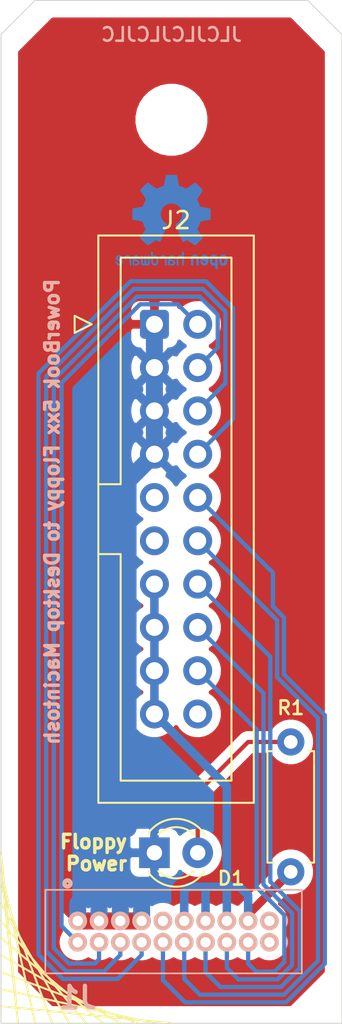
<source format=kicad_pcb>
(kicad_pcb (version 20171130) (host pcbnew "(5.1.12-1-10_14)")

  (general
    (thickness 1.6)
    (drawings 20)
    (tracks 127)
    (zones 0)
    (modules 6)
    (nets 13)
  )

  (page A4)
  (title_block
    (title "PB5xx Floppy Adapter")
    (date 2021-12-15)
    (rev 1.1)
    (company Lostwave)
    (comment 1 https://68kmla.org)
  )

  (layers
    (0 F.Cu signal)
    (31 B.Cu signal)
    (32 B.Adhes user)
    (33 F.Adhes user)
    (34 B.Paste user)
    (35 F.Paste user)
    (36 B.SilkS user)
    (37 F.SilkS user)
    (38 B.Mask user)
    (39 F.Mask user)
    (40 Dwgs.User user)
    (41 Cmts.User user)
    (42 Eco1.User user)
    (43 Eco2.User user)
    (44 Edge.Cuts user)
    (45 Margin user)
    (46 B.CrtYd user)
    (47 F.CrtYd user)
    (48 B.Fab user)
    (49 F.Fab user)
  )

  (setup
    (last_trace_width 0.25)
    (trace_clearance 0.15)
    (zone_clearance 0.508)
    (zone_45_only no)
    (trace_min 0.2)
    (via_size 0.8)
    (via_drill 0.4)
    (via_min_size 0.4)
    (via_min_drill 0.3)
    (uvia_size 0.3)
    (uvia_drill 0.1)
    (uvias_allowed no)
    (uvia_min_size 0.2)
    (uvia_min_drill 0.1)
    (edge_width 0.05)
    (segment_width 0.2)
    (pcb_text_width 0.3)
    (pcb_text_size 1.5 1.5)
    (mod_edge_width 0.12)
    (mod_text_size 1 1)
    (mod_text_width 0.15)
    (pad_size 1.524 1.524)
    (pad_drill 0.762)
    (pad_to_mask_clearance 0)
    (aux_axis_origin 0 0)
    (visible_elements FFFFFF7F)
    (pcbplotparams
      (layerselection 0x010fc_ffffffff)
      (usegerberextensions false)
      (usegerberattributes true)
      (usegerberadvancedattributes true)
      (creategerberjobfile true)
      (excludeedgelayer true)
      (linewidth 0.100000)
      (plotframeref false)
      (viasonmask false)
      (mode 1)
      (useauxorigin false)
      (hpglpennumber 1)
      (hpglpenspeed 20)
      (hpglpendiameter 15.000000)
      (psnegative false)
      (psa4output false)
      (plotreference true)
      (plotvalue true)
      (plotinvisibletext false)
      (padsonsilk false)
      (subtractmaskfromsilk false)
      (outputformat 1)
      (mirror false)
      (drillshape 1)
      (scaleselection 1)
      (outputdirectory ""))
  )

  (net 0 "")
  (net 1 +5V)
  (net 2 GND)
  (net 3 /WR)
  (net 4 /RD)
  (net 5 /~ENABLE)
  (net 6 /SEL)
  (net 7 /~WREQ)
  (net 8 /PH3)
  (net 9 /PH2)
  (net 10 /PH1)
  (net 11 /PH0)
  (net 12 "Net-(D1-Pad2)")

  (net_class Default "Ceci est la Netclass par défaut."
    (clearance 0.15)
    (trace_width 0.25)
    (via_dia 0.8)
    (via_drill 0.4)
    (uvia_dia 0.3)
    (uvia_drill 0.1)
    (add_net /PH0)
    (add_net /PH1)
    (add_net /PH2)
    (add_net /PH3)
    (add_net /RD)
    (add_net /SEL)
    (add_net /WR)
    (add_net /~ENABLE)
    (add_net /~WREQ)
    (add_net "Net-(D1-Pad2)")
  )

  (net_class +VCC ""
    (clearance 0.15)
    (trace_width 0.5)
    (via_dia 0.8)
    (via_drill 0.4)
    (uvia_dia 0.3)
    (uvia_drill 0.1)
    (add_net +5V)
  )

  (net_class GND ""
    (clearance 0.15)
    (trace_width 1)
    (via_dia 1.6)
    (via_drill 0.8)
    (uvia_dia 0.3)
    (uvia_drill 0.1)
    (add_net GND)
  )

  (module Resistor_THT:R_Axial_DIN0207_L6.3mm_D2.5mm_P7.62mm_Horizontal (layer F.Cu) (tedit 5AE5139B) (tstamp 61BA536C)
    (at 57 153.5 270)
    (descr "Resistor, Axial_DIN0207 series, Axial, Horizontal, pin pitch=7.62mm, 0.25W = 1/4W, length*diameter=6.3*2.5mm^2, http://cdn-reichelt.de/documents/datenblatt/B400/1_4W%23YAG.pdf")
    (tags "Resistor Axial_DIN0207 series Axial Horizontal pin pitch 7.62mm 0.25W = 1/4W length 6.3mm diameter 2.5mm")
    (path /61BACF40)
    (fp_text reference R1 (at -2 0 180) (layer F.SilkS)
      (effects (font (size 0.8 0.8) (thickness 0.15)))
    )
    (fp_text value 300 (at 3.81 2.37 90) (layer F.Fab)
      (effects (font (size 1 1) (thickness 0.15)))
    )
    (fp_line (start 8.67 -1.5) (end -1.05 -1.5) (layer F.CrtYd) (width 0.05))
    (fp_line (start 8.67 1.5) (end 8.67 -1.5) (layer F.CrtYd) (width 0.05))
    (fp_line (start -1.05 1.5) (end 8.67 1.5) (layer F.CrtYd) (width 0.05))
    (fp_line (start -1.05 -1.5) (end -1.05 1.5) (layer F.CrtYd) (width 0.05))
    (fp_line (start 7.08 1.37) (end 7.08 1.04) (layer F.SilkS) (width 0.12))
    (fp_line (start 0.54 1.37) (end 7.08 1.37) (layer F.SilkS) (width 0.12))
    (fp_line (start 0.54 1.04) (end 0.54 1.37) (layer F.SilkS) (width 0.12))
    (fp_line (start 7.08 -1.37) (end 7.08 -1.04) (layer F.SilkS) (width 0.12))
    (fp_line (start 0.54 -1.37) (end 7.08 -1.37) (layer F.SilkS) (width 0.12))
    (fp_line (start 0.54 -1.04) (end 0.54 -1.37) (layer F.SilkS) (width 0.12))
    (fp_line (start 7.62 0) (end 6.96 0) (layer F.Fab) (width 0.1))
    (fp_line (start 0 0) (end 0.66 0) (layer F.Fab) (width 0.1))
    (fp_line (start 6.96 -1.25) (end 0.66 -1.25) (layer F.Fab) (width 0.1))
    (fp_line (start 6.96 1.25) (end 6.96 -1.25) (layer F.Fab) (width 0.1))
    (fp_line (start 0.66 1.25) (end 6.96 1.25) (layer F.Fab) (width 0.1))
    (fp_line (start 0.66 -1.25) (end 0.66 1.25) (layer F.Fab) (width 0.1))
    (fp_text user %R (at 3.81 0 90) (layer F.Fab)
      (effects (font (size 1 1) (thickness 0.15)))
    )
    (pad 2 thru_hole oval (at 7.62 0 270) (size 1.6 1.6) (drill 0.8) (layers *.Cu *.Mask)
      (net 1 +5V))
    (pad 1 thru_hole circle (at 0 0 270) (size 1.6 1.6) (drill 0.8) (layers *.Cu *.Mask)
      (net 12 "Net-(D1-Pad2)"))
    (model ${KISYS3DMOD}/Resistor_THT.3dshapes/R_Axial_DIN0207_L6.3mm_D2.5mm_P7.62mm_Horizontal.wrl
      (at (xyz 0 0 0))
      (scale (xyz 1 1 1))
      (rotate (xyz 0 0 0))
    )
  )

  (module LED_THT:LED_D3.0mm (layer F.Cu) (tedit 587A3A7B) (tstamp 61BA51FA)
    (at 49 160)
    (descr "LED, diameter 3.0mm, 2 pins")
    (tags "LED diameter 3.0mm 2 pins")
    (path /61BB3637)
    (fp_text reference D1 (at 4.5 1.5) (layer F.SilkS)
      (effects (font (size 0.8 0.8) (thickness 0.15)))
    )
    (fp_text value LED (at 1.27 2.96) (layer F.Fab)
      (effects (font (size 1 1) (thickness 0.15)))
    )
    (fp_line (start 3.7 -2.25) (end -1.15 -2.25) (layer F.CrtYd) (width 0.05))
    (fp_line (start 3.7 2.25) (end 3.7 -2.25) (layer F.CrtYd) (width 0.05))
    (fp_line (start -1.15 2.25) (end 3.7 2.25) (layer F.CrtYd) (width 0.05))
    (fp_line (start -1.15 -2.25) (end -1.15 2.25) (layer F.CrtYd) (width 0.05))
    (fp_line (start -0.29 1.08) (end -0.29 1.236) (layer F.SilkS) (width 0.12))
    (fp_line (start -0.29 -1.236) (end -0.29 -1.08) (layer F.SilkS) (width 0.12))
    (fp_line (start -0.23 -1.16619) (end -0.23 1.16619) (layer F.Fab) (width 0.1))
    (fp_circle (center 1.27 0) (end 2.77 0) (layer F.Fab) (width 0.1))
    (fp_arc (start 1.27 0) (end 0.229039 1.08) (angle -87.9) (layer F.SilkS) (width 0.12))
    (fp_arc (start 1.27 0) (end 0.229039 -1.08) (angle 87.9) (layer F.SilkS) (width 0.12))
    (fp_arc (start 1.27 0) (end -0.29 1.235516) (angle -108.8) (layer F.SilkS) (width 0.12))
    (fp_arc (start 1.27 0) (end -0.29 -1.235516) (angle 108.8) (layer F.SilkS) (width 0.12))
    (fp_arc (start 1.27 0) (end -0.23 -1.16619) (angle 284.3) (layer F.Fab) (width 0.1))
    (pad 2 thru_hole circle (at 2.54 0) (size 1.8 1.8) (drill 0.9) (layers *.Cu *.Mask)
      (net 12 "Net-(D1-Pad2)"))
    (pad 1 thru_hole rect (at 0 0) (size 1.8 1.8) (drill 0.9) (layers *.Cu *.Mask)
      (net 2 GND))
    (model ${KISYS3DMOD}/LED_THT.3dshapes/LED_D3.0mm.wrl
      (at (xyz 0 0 0))
      (scale (xyz 1 1 1))
      (rotate (xyz 0 0 0))
    )
  )

  (module Symbol:OSHW-Logo2_7.3x6mm_Copper (layer B.Cu) (tedit 0) (tstamp 61BA4D99)
    (at 50 123 180)
    (descr "Open Source Hardware Symbol")
    (tags "Logo Symbol OSHW")
    (attr virtual)
    (fp_text reference REF** (at 0 0) (layer B.SilkS) hide
      (effects (font (size 1 1) (thickness 0.15)) (justify mirror))
    )
    (fp_text value OSHW-Logo2_7.3x6mm_Copper (at 0.75 0) (layer B.Fab) hide
      (effects (font (size 1 1) (thickness 0.15)) (justify mirror))
    )
    (fp_poly (pts (xy -2.400256 -1.919918) (xy -2.344799 -1.947568) (xy -2.295852 -1.99848) (xy -2.282371 -2.017338)
      (xy -2.267686 -2.042015) (xy -2.258158 -2.068816) (xy -2.252707 -2.104587) (xy -2.250253 -2.156169)
      (xy -2.249714 -2.224267) (xy -2.252148 -2.317588) (xy -2.260606 -2.387657) (xy -2.276826 -2.439931)
      (xy -2.302546 -2.479869) (xy -2.339503 -2.512929) (xy -2.342218 -2.514886) (xy -2.37864 -2.534908)
      (xy -2.422498 -2.544815) (xy -2.478276 -2.547257) (xy -2.568952 -2.547257) (xy -2.56899 -2.635283)
      (xy -2.569834 -2.684308) (xy -2.574976 -2.713065) (xy -2.588413 -2.730311) (xy -2.614142 -2.744808)
      (xy -2.620321 -2.747769) (xy -2.649236 -2.761648) (xy -2.671624 -2.770414) (xy -2.688271 -2.771171)
      (xy -2.699964 -2.761023) (xy -2.70749 -2.737073) (xy -2.711634 -2.696426) (xy -2.713185 -2.636186)
      (xy -2.712929 -2.553455) (xy -2.711651 -2.445339) (xy -2.711252 -2.413) (xy -2.709815 -2.301524)
      (xy -2.708528 -2.228603) (xy -2.569029 -2.228603) (xy -2.568245 -2.290499) (xy -2.56476 -2.330997)
      (xy -2.556876 -2.357708) (xy -2.542895 -2.378244) (xy -2.533403 -2.38826) (xy -2.494596 -2.417567)
      (xy -2.460237 -2.419952) (xy -2.424784 -2.39575) (xy -2.423886 -2.394857) (xy -2.409461 -2.376153)
      (xy -2.400687 -2.350732) (xy -2.396261 -2.311584) (xy -2.394882 -2.251697) (xy -2.394857 -2.23843)
      (xy -2.398188 -2.155901) (xy -2.409031 -2.098691) (xy -2.42866 -2.063766) (xy -2.45835 -2.048094)
      (xy -2.475509 -2.046514) (xy -2.516234 -2.053926) (xy -2.544168 -2.07833) (xy -2.560983 -2.12298)
      (xy -2.56835 -2.19113) (xy -2.569029 -2.228603) (xy -2.708528 -2.228603) (xy -2.708292 -2.215245)
      (xy -2.706323 -2.150333) (xy -2.70355 -2.102958) (xy -2.699612 -2.06929) (xy -2.694151 -2.045498)
      (xy -2.686808 -2.027753) (xy -2.677223 -2.012224) (xy -2.673113 -2.006381) (xy -2.618595 -1.951185)
      (xy -2.549664 -1.91989) (xy -2.469928 -1.911165) (xy -2.400256 -1.919918)) (layer B.Cu) (width 0.01))
    (fp_poly (pts (xy -1.283907 -1.92778) (xy -1.237328 -1.954723) (xy -1.204943 -1.981466) (xy -1.181258 -2.009484)
      (xy -1.164941 -2.043748) (xy -1.154661 -2.089227) (xy -1.149086 -2.150892) (xy -1.146884 -2.233711)
      (xy -1.146629 -2.293246) (xy -1.146629 -2.512391) (xy -1.208314 -2.540044) (xy -1.27 -2.567697)
      (xy -1.277257 -2.32767) (xy -1.280256 -2.238028) (xy -1.283402 -2.172962) (xy -1.287299 -2.128026)
      (xy -1.292553 -2.09877) (xy -1.299769 -2.080748) (xy -1.30955 -2.069511) (xy -1.312688 -2.067079)
      (xy -1.360239 -2.048083) (xy -1.408303 -2.0556) (xy -1.436914 -2.075543) (xy -1.448553 -2.089675)
      (xy -1.456609 -2.10822) (xy -1.461729 -2.136334) (xy -1.464559 -2.179173) (xy -1.465744 -2.241895)
      (xy -1.465943 -2.307261) (xy -1.465982 -2.389268) (xy -1.467386 -2.447316) (xy -1.472086 -2.486465)
      (xy -1.482013 -2.51178) (xy -1.499097 -2.528323) (xy -1.525268 -2.541156) (xy -1.560225 -2.554491)
      (xy -1.598404 -2.569007) (xy -1.593859 -2.311389) (xy -1.592029 -2.218519) (xy -1.589888 -2.149889)
      (xy -1.586819 -2.100711) (xy -1.582206 -2.066198) (xy -1.575432 -2.041562) (xy -1.565881 -2.022016)
      (xy -1.554366 -2.00477) (xy -1.49881 -1.94968) (xy -1.43102 -1.917822) (xy -1.357287 -1.910191)
      (xy -1.283907 -1.92778)) (layer B.Cu) (width 0.01))
    (fp_poly (pts (xy -2.958885 -1.921962) (xy -2.890855 -1.957733) (xy -2.840649 -2.015301) (xy -2.822815 -2.052312)
      (xy -2.808937 -2.107882) (xy -2.801833 -2.178096) (xy -2.80116 -2.254727) (xy -2.806573 -2.329552)
      (xy -2.81773 -2.394342) (xy -2.834286 -2.440873) (xy -2.839374 -2.448887) (xy -2.899645 -2.508707)
      (xy -2.971231 -2.544535) (xy -3.048908 -2.55502) (xy -3.127452 -2.53881) (xy -3.149311 -2.529092)
      (xy -3.191878 -2.499143) (xy -3.229237 -2.459433) (xy -3.232768 -2.454397) (xy -3.247119 -2.430124)
      (xy -3.256606 -2.404178) (xy -3.26221 -2.370022) (xy -3.264914 -2.321119) (xy -3.265701 -2.250935)
      (xy -3.265714 -2.2352) (xy -3.265678 -2.230192) (xy -3.120571 -2.230192) (xy -3.119727 -2.29643)
      (xy -3.116404 -2.340386) (xy -3.109417 -2.368779) (xy -3.097584 -2.388325) (xy -3.091543 -2.394857)
      (xy -3.056814 -2.41968) (xy -3.023097 -2.418548) (xy -2.989005 -2.397016) (xy -2.968671 -2.374029)
      (xy -2.956629 -2.340478) (xy -2.949866 -2.287569) (xy -2.949402 -2.281399) (xy -2.948248 -2.185513)
      (xy -2.960312 -2.114299) (xy -2.98543 -2.068194) (xy -3.02344 -2.047635) (xy -3.037008 -2.046514)
      (xy -3.072636 -2.052152) (xy -3.097006 -2.071686) (xy -3.111907 -2.109042) (xy -3.119125 -2.16815)
      (xy -3.120571 -2.230192) (xy -3.265678 -2.230192) (xy -3.265174 -2.160413) (xy -3.262904 -2.108159)
      (xy -3.257932 -2.071949) (xy -3.249287 -2.045299) (xy -3.235995 -2.021722) (xy -3.233057 -2.017338)
      (xy -3.183687 -1.958249) (xy -3.129891 -1.923947) (xy -3.064398 -1.910331) (xy -3.042158 -1.909665)
      (xy -2.958885 -1.921962)) (layer B.Cu) (width 0.01))
    (fp_poly (pts (xy -1.831697 -1.931239) (xy -1.774473 -1.969735) (xy -1.730251 -2.025335) (xy -1.703833 -2.096086)
      (xy -1.69849 -2.148162) (xy -1.699097 -2.169893) (xy -1.704178 -2.186531) (xy -1.718145 -2.201437)
      (xy -1.745411 -2.217973) (xy -1.790388 -2.239498) (xy -1.857489 -2.269374) (xy -1.857829 -2.269524)
      (xy -1.919593 -2.297813) (xy -1.970241 -2.322933) (xy -2.004596 -2.342179) (xy -2.017482 -2.352848)
      (xy -2.017486 -2.352934) (xy -2.006128 -2.376166) (xy -1.979569 -2.401774) (xy -1.949077 -2.420221)
      (xy -1.93363 -2.423886) (xy -1.891485 -2.411212) (xy -1.855192 -2.379471) (xy -1.837483 -2.344572)
      (xy -1.820448 -2.318845) (xy -1.787078 -2.289546) (xy -1.747851 -2.264235) (xy -1.713244 -2.250471)
      (xy -1.706007 -2.249714) (xy -1.697861 -2.26216) (xy -1.69737 -2.293972) (xy -1.703357 -2.336866)
      (xy -1.714643 -2.382558) (xy -1.73005 -2.422761) (xy -1.730829 -2.424322) (xy -1.777196 -2.489062)
      (xy -1.837289 -2.533097) (xy -1.905535 -2.554711) (xy -1.976362 -2.552185) (xy -2.044196 -2.523804)
      (xy -2.047212 -2.521808) (xy -2.100573 -2.473448) (xy -2.13566 -2.410352) (xy -2.155078 -2.327387)
      (xy -2.157684 -2.304078) (xy -2.162299 -2.194055) (xy -2.156767 -2.142748) (xy -2.017486 -2.142748)
      (xy -2.015676 -2.174753) (xy -2.005778 -2.184093) (xy -1.981102 -2.177105) (xy -1.942205 -2.160587)
      (xy -1.898725 -2.139881) (xy -1.897644 -2.139333) (xy -1.860791 -2.119949) (xy -1.846 -2.107013)
      (xy -1.849647 -2.093451) (xy -1.865005 -2.075632) (xy -1.904077 -2.049845) (xy -1.946154 -2.04795)
      (xy -1.983897 -2.066717) (xy -2.009966 -2.102915) (xy -2.017486 -2.142748) (xy -2.156767 -2.142748)
      (xy -2.152806 -2.106027) (xy -2.12845 -2.036212) (xy -2.094544 -1.987302) (xy -2.033347 -1.937878)
      (xy -1.965937 -1.913359) (xy -1.89712 -1.911797) (xy -1.831697 -1.931239)) (layer B.Cu) (width 0.01))
    (fp_poly (pts (xy -0.624114 -1.851289) (xy -0.619861 -1.910613) (xy -0.614975 -1.945572) (xy -0.608205 -1.96082)
      (xy -0.598298 -1.961015) (xy -0.595086 -1.959195) (xy -0.552356 -1.946015) (xy -0.496773 -1.946785)
      (xy -0.440263 -1.960333) (xy -0.404918 -1.977861) (xy -0.368679 -2.005861) (xy -0.342187 -2.037549)
      (xy -0.324001 -2.077813) (xy -0.312678 -2.131543) (xy -0.306778 -2.203626) (xy -0.304857 -2.298951)
      (xy -0.304823 -2.317237) (xy -0.3048 -2.522646) (xy -0.350509 -2.53858) (xy -0.382973 -2.54942)
      (xy -0.400785 -2.554468) (xy -0.401309 -2.554514) (xy -0.403063 -2.540828) (xy -0.404556 -2.503076)
      (xy -0.405674 -2.446224) (xy -0.406303 -2.375234) (xy -0.4064 -2.332073) (xy -0.406602 -2.246973)
      (xy -0.407642 -2.185981) (xy -0.410169 -2.144177) (xy -0.414836 -2.116642) (xy -0.422293 -2.098456)
      (xy -0.433189 -2.084698) (xy -0.439993 -2.078073) (xy -0.486728 -2.051375) (xy -0.537728 -2.049375)
      (xy -0.583999 -2.071955) (xy -0.592556 -2.080107) (xy -0.605107 -2.095436) (xy -0.613812 -2.113618)
      (xy -0.619369 -2.139909) (xy -0.622474 -2.179562) (xy -0.623824 -2.237832) (xy -0.624114 -2.318173)
      (xy -0.624114 -2.522646) (xy -0.669823 -2.53858) (xy -0.702287 -2.54942) (xy -0.720099 -2.554468)
      (xy -0.720623 -2.554514) (xy -0.721963 -2.540623) (xy -0.723172 -2.501439) (xy -0.724199 -2.4407)
      (xy -0.724998 -2.362141) (xy -0.725519 -2.269498) (xy -0.725714 -2.166509) (xy -0.725714 -1.769342)
      (xy -0.678543 -1.749444) (xy -0.631371 -1.729547) (xy -0.624114 -1.851289)) (layer B.Cu) (width 0.01))
    (fp_poly (pts (xy 0.039744 -1.950968) (xy 0.096616 -1.972087) (xy 0.097267 -1.972493) (xy 0.13244 -1.99838)
      (xy 0.158407 -2.028633) (xy 0.17667 -2.068058) (xy 0.188732 -2.121462) (xy 0.196096 -2.193651)
      (xy 0.200264 -2.289432) (xy 0.200629 -2.303078) (xy 0.205876 -2.508842) (xy 0.161716 -2.531678)
      (xy 0.129763 -2.54711) (xy 0.11047 -2.554423) (xy 0.109578 -2.554514) (xy 0.106239 -2.541022)
      (xy 0.103587 -2.504626) (xy 0.101956 -2.451452) (xy 0.1016 -2.408393) (xy 0.101592 -2.338641)
      (xy 0.098403 -2.294837) (xy 0.087288 -2.273944) (xy 0.063501 -2.272925) (xy 0.022296 -2.288741)
      (xy -0.039914 -2.317815) (xy -0.085659 -2.341963) (xy -0.109187 -2.362913) (xy -0.116104 -2.385747)
      (xy -0.116114 -2.386877) (xy -0.104701 -2.426212) (xy -0.070908 -2.447462) (xy -0.019191 -2.450539)
      (xy 0.018061 -2.450006) (xy 0.037703 -2.460735) (xy 0.049952 -2.486505) (xy 0.057002 -2.519337)
      (xy 0.046842 -2.537966) (xy 0.043017 -2.540632) (xy 0.007001 -2.55134) (xy -0.043434 -2.552856)
      (xy -0.095374 -2.545759) (xy -0.132178 -2.532788) (xy -0.183062 -2.489585) (xy -0.211986 -2.429446)
      (xy -0.217714 -2.382462) (xy -0.213343 -2.340082) (xy -0.197525 -2.305488) (xy -0.166203 -2.274763)
      (xy -0.115322 -2.24399) (xy -0.040824 -2.209252) (xy -0.036286 -2.207288) (xy 0.030821 -2.176287)
      (xy 0.072232 -2.150862) (xy 0.089981 -2.128014) (xy 0.086107 -2.104745) (xy 0.062643 -2.078056)
      (xy 0.055627 -2.071914) (xy 0.00863 -2.0481) (xy -0.040067 -2.049103) (xy -0.082478 -2.072451)
      (xy -0.110616 -2.115675) (xy -0.113231 -2.12416) (xy -0.138692 -2.165308) (xy -0.170999 -2.185128)
      (xy -0.217714 -2.20477) (xy -0.217714 -2.15395) (xy -0.203504 -2.080082) (xy -0.161325 -2.012327)
      (xy -0.139376 -1.989661) (xy -0.089483 -1.960569) (xy -0.026033 -1.9474) (xy 0.039744 -1.950968)) (layer B.Cu) (width 0.01))
    (fp_poly (pts (xy 0.529926 -1.949755) (xy 0.595858 -1.974084) (xy 0.649273 -2.017117) (xy 0.670164 -2.047409)
      (xy 0.692939 -2.102994) (xy 0.692466 -2.143186) (xy 0.668562 -2.170217) (xy 0.659717 -2.174813)
      (xy 0.62153 -2.189144) (xy 0.602028 -2.185472) (xy 0.595422 -2.161407) (xy 0.595086 -2.148114)
      (xy 0.582992 -2.09921) (xy 0.551471 -2.064999) (xy 0.507659 -2.048476) (xy 0.458695 -2.052634)
      (xy 0.418894 -2.074227) (xy 0.40545 -2.086544) (xy 0.395921 -2.101487) (xy 0.389485 -2.124075)
      (xy 0.385317 -2.159328) (xy 0.382597 -2.212266) (xy 0.380502 -2.287907) (xy 0.37996 -2.311857)
      (xy 0.377981 -2.39379) (xy 0.375731 -2.451455) (xy 0.372357 -2.489608) (xy 0.367006 -2.513004)
      (xy 0.358824 -2.526398) (xy 0.346959 -2.534545) (xy 0.339362 -2.538144) (xy 0.307102 -2.550452)
      (xy 0.288111 -2.554514) (xy 0.281836 -2.540948) (xy 0.278006 -2.499934) (xy 0.2766 -2.430999)
      (xy 0.277598 -2.333669) (xy 0.277908 -2.318657) (xy 0.280101 -2.229859) (xy 0.282693 -2.165019)
      (xy 0.286382 -2.119067) (xy 0.291864 -2.086935) (xy 0.299835 -2.063553) (xy 0.310993 -2.043852)
      (xy 0.31683 -2.03541) (xy 0.350296 -1.998057) (xy 0.387727 -1.969003) (xy 0.392309 -1.966467)
      (xy 0.459426 -1.946443) (xy 0.529926 -1.949755)) (layer B.Cu) (width 0.01))
    (fp_poly (pts (xy 1.190117 -2.065358) (xy 1.189933 -2.173837) (xy 1.189219 -2.257287) (xy 1.187675 -2.319704)
      (xy 1.185001 -2.365085) (xy 1.180894 -2.397429) (xy 1.175055 -2.420733) (xy 1.167182 -2.438995)
      (xy 1.161221 -2.449418) (xy 1.111855 -2.505945) (xy 1.049264 -2.541377) (xy 0.980013 -2.55409)
      (xy 0.910668 -2.542463) (xy 0.869375 -2.521568) (xy 0.826025 -2.485422) (xy 0.796481 -2.441276)
      (xy 0.778655 -2.383462) (xy 0.770463 -2.306313) (xy 0.769302 -2.249714) (xy 0.769458 -2.245647)
      (xy 0.870857 -2.245647) (xy 0.871476 -2.31055) (xy 0.874314 -2.353514) (xy 0.88084 -2.381622)
      (xy 0.892523 -2.401953) (xy 0.906483 -2.417288) (xy 0.953365 -2.44689) (xy 1.003701 -2.449419)
      (xy 1.051276 -2.424705) (xy 1.054979 -2.421356) (xy 1.070783 -2.403935) (xy 1.080693 -2.383209)
      (xy 1.086058 -2.352362) (xy 1.088228 -2.304577) (xy 1.088571 -2.251748) (xy 1.087827 -2.185381)
      (xy 1.084748 -2.141106) (xy 1.078061 -2.112009) (xy 1.066496 -2.091173) (xy 1.057013 -2.080107)
      (xy 1.01296 -2.052198) (xy 0.962224 -2.048843) (xy 0.913796 -2.070159) (xy 0.90445 -2.078073)
      (xy 0.88854 -2.095647) (xy 0.87861 -2.116587) (xy 0.873278 -2.147782) (xy 0.871163 -2.196122)
      (xy 0.870857 -2.245647) (xy 0.769458 -2.245647) (xy 0.77281 -2.158568) (xy 0.784726 -2.090086)
      (xy 0.807135 -2.0386) (xy 0.842124 -1.998443) (xy 0.869375 -1.977861) (xy 0.918907 -1.955625)
      (xy 0.976316 -1.945304) (xy 1.029682 -1.948067) (xy 1.059543 -1.959212) (xy 1.071261 -1.962383)
      (xy 1.079037 -1.950557) (xy 1.084465 -1.918866) (xy 1.088571 -1.870593) (xy 1.093067 -1.816829)
      (xy 1.099313 -1.784482) (xy 1.110676 -1.765985) (xy 1.130528 -1.75377) (xy 1.143 -1.748362)
      (xy 1.190171 -1.728601) (xy 1.190117 -2.065358)) (layer B.Cu) (width 0.01))
    (fp_poly (pts (xy 1.779833 -1.958663) (xy 1.782048 -1.99685) (xy 1.783784 -2.054886) (xy 1.784899 -2.12818)
      (xy 1.785257 -2.205055) (xy 1.785257 -2.465196) (xy 1.739326 -2.511127) (xy 1.707675 -2.539429)
      (xy 1.67989 -2.550893) (xy 1.641915 -2.550168) (xy 1.62684 -2.548321) (xy 1.579726 -2.542948)
      (xy 1.540756 -2.539869) (xy 1.531257 -2.539585) (xy 1.499233 -2.541445) (xy 1.453432 -2.546114)
      (xy 1.435674 -2.548321) (xy 1.392057 -2.551735) (xy 1.362745 -2.54432) (xy 1.33368 -2.521427)
      (xy 1.323188 -2.511127) (xy 1.277257 -2.465196) (xy 1.277257 -1.978602) (xy 1.314226 -1.961758)
      (xy 1.346059 -1.949282) (xy 1.364683 -1.944914) (xy 1.369458 -1.958718) (xy 1.373921 -1.997286)
      (xy 1.377775 -2.056356) (xy 1.380722 -2.131663) (xy 1.382143 -2.195286) (xy 1.386114 -2.445657)
      (xy 1.420759 -2.450556) (xy 1.452268 -2.447131) (xy 1.467708 -2.436041) (xy 1.472023 -2.415308)
      (xy 1.475708 -2.371145) (xy 1.478469 -2.309146) (xy 1.480012 -2.234909) (xy 1.480235 -2.196706)
      (xy 1.480457 -1.976783) (xy 1.526166 -1.960849) (xy 1.558518 -1.950015) (xy 1.576115 -1.944962)
      (xy 1.576623 -1.944914) (xy 1.578388 -1.958648) (xy 1.580329 -1.99673) (xy 1.582282 -2.054482)
      (xy 1.584084 -2.127227) (xy 1.585343 -2.195286) (xy 1.589314 -2.445657) (xy 1.6764 -2.445657)
      (xy 1.680396 -2.21724) (xy 1.684392 -1.988822) (xy 1.726847 -1.966868) (xy 1.758192 -1.951793)
      (xy 1.776744 -1.944951) (xy 1.777279 -1.944914) (xy 1.779833 -1.958663)) (layer B.Cu) (width 0.01))
    (fp_poly (pts (xy 2.144876 -1.956335) (xy 2.186667 -1.975344) (xy 2.219469 -1.998378) (xy 2.243503 -2.024133)
      (xy 2.260097 -2.057358) (xy 2.270577 -2.1028) (xy 2.276271 -2.165207) (xy 2.278507 -2.249327)
      (xy 2.278743 -2.304721) (xy 2.278743 -2.520826) (xy 2.241774 -2.53767) (xy 2.212656 -2.549981)
      (xy 2.198231 -2.554514) (xy 2.195472 -2.541025) (xy 2.193282 -2.504653) (xy 2.191942 -2.451542)
      (xy 2.191657 -2.409372) (xy 2.190434 -2.348447) (xy 2.187136 -2.300115) (xy 2.182321 -2.270518)
      (xy 2.178496 -2.264229) (xy 2.152783 -2.270652) (xy 2.112418 -2.287125) (xy 2.065679 -2.309458)
      (xy 2.020845 -2.333457) (xy 1.986193 -2.35493) (xy 1.970002 -2.369685) (xy 1.969938 -2.369845)
      (xy 1.97133 -2.397152) (xy 1.983818 -2.423219) (xy 2.005743 -2.444392) (xy 2.037743 -2.451474)
      (xy 2.065092 -2.450649) (xy 2.103826 -2.450042) (xy 2.124158 -2.459116) (xy 2.136369 -2.483092)
      (xy 2.137909 -2.487613) (xy 2.143203 -2.521806) (xy 2.129047 -2.542568) (xy 2.092148 -2.552462)
      (xy 2.052289 -2.554292) (xy 1.980562 -2.540727) (xy 1.943432 -2.521355) (xy 1.897576 -2.475845)
      (xy 1.873256 -2.419983) (xy 1.871073 -2.360957) (xy 1.891629 -2.305953) (xy 1.922549 -2.271486)
      (xy 1.95342 -2.252189) (xy 2.001942 -2.227759) (xy 2.058485 -2.202985) (xy 2.06791 -2.199199)
      (xy 2.130019 -2.171791) (xy 2.165822 -2.147634) (xy 2.177337 -2.123619) (xy 2.16658 -2.096635)
      (xy 2.148114 -2.075543) (xy 2.104469 -2.049572) (xy 2.056446 -2.047624) (xy 2.012406 -2.067637)
      (xy 1.980709 -2.107551) (xy 1.976549 -2.117848) (xy 1.952327 -2.155724) (xy 1.916965 -2.183842)
      (xy 1.872343 -2.206917) (xy 1.872343 -2.141485) (xy 1.874969 -2.101506) (xy 1.88623 -2.069997)
      (xy 1.911199 -2.036378) (xy 1.935169 -2.010484) (xy 1.972441 -1.973817) (xy 2.001401 -1.954121)
      (xy 2.032505 -1.94622) (xy 2.067713 -1.944914) (xy 2.144876 -1.956335)) (layer B.Cu) (width 0.01))
    (fp_poly (pts (xy 2.6526 -1.958752) (xy 2.669948 -1.966334) (xy 2.711356 -1.999128) (xy 2.746765 -2.046547)
      (xy 2.768664 -2.097151) (xy 2.772229 -2.122098) (xy 2.760279 -2.156927) (xy 2.734067 -2.175357)
      (xy 2.705964 -2.186516) (xy 2.693095 -2.188572) (xy 2.686829 -2.173649) (xy 2.674456 -2.141175)
      (xy 2.669028 -2.126502) (xy 2.63859 -2.075744) (xy 2.59452 -2.050427) (xy 2.53801 -2.051206)
      (xy 2.533825 -2.052203) (xy 2.503655 -2.066507) (xy 2.481476 -2.094393) (xy 2.466327 -2.139287)
      (xy 2.45725 -2.204615) (xy 2.453286 -2.293804) (xy 2.452914 -2.341261) (xy 2.45273 -2.416071)
      (xy 2.451522 -2.467069) (xy 2.448309 -2.499471) (xy 2.442109 -2.518495) (xy 2.43194 -2.529356)
      (xy 2.416819 -2.537272) (xy 2.415946 -2.53767) (xy 2.386828 -2.549981) (xy 2.372403 -2.554514)
      (xy 2.370186 -2.540809) (xy 2.368289 -2.502925) (xy 2.366847 -2.445715) (xy 2.365998 -2.374027)
      (xy 2.365829 -2.321565) (xy 2.366692 -2.220047) (xy 2.37007 -2.143032) (xy 2.377142 -2.086023)
      (xy 2.389088 -2.044526) (xy 2.40709 -2.014043) (xy 2.432327 -1.99008) (xy 2.457247 -1.973355)
      (xy 2.517171 -1.951097) (xy 2.586911 -1.946076) (xy 2.6526 -1.958752)) (layer B.Cu) (width 0.01))
    (fp_poly (pts (xy 3.153595 -1.966966) (xy 3.211021 -2.004497) (xy 3.238719 -2.038096) (xy 3.260662 -2.099064)
      (xy 3.262405 -2.147308) (xy 3.258457 -2.211816) (xy 3.109686 -2.276934) (xy 3.037349 -2.310202)
      (xy 2.990084 -2.336964) (xy 2.965507 -2.360144) (xy 2.961237 -2.382667) (xy 2.974889 -2.407455)
      (xy 2.989943 -2.423886) (xy 3.033746 -2.450235) (xy 3.081389 -2.452081) (xy 3.125145 -2.431546)
      (xy 3.157289 -2.390752) (xy 3.163038 -2.376347) (xy 3.190576 -2.331356) (xy 3.222258 -2.312182)
      (xy 3.265714 -2.295779) (xy 3.265714 -2.357966) (xy 3.261872 -2.400283) (xy 3.246823 -2.435969)
      (xy 3.21528 -2.476943) (xy 3.210592 -2.482267) (xy 3.175506 -2.51872) (xy 3.145347 -2.538283)
      (xy 3.107615 -2.547283) (xy 3.076335 -2.55023) (xy 3.020385 -2.550965) (xy 2.980555 -2.54166)
      (xy 2.955708 -2.527846) (xy 2.916656 -2.497467) (xy 2.889625 -2.464613) (xy 2.872517 -2.423294)
      (xy 2.863238 -2.367521) (xy 2.859693 -2.291305) (xy 2.85941 -2.252622) (xy 2.860372 -2.206247)
      (xy 2.948007 -2.206247) (xy 2.949023 -2.231126) (xy 2.951556 -2.2352) (xy 2.968274 -2.229665)
      (xy 3.004249 -2.215017) (xy 3.052331 -2.19419) (xy 3.062386 -2.189714) (xy 3.123152 -2.158814)
      (xy 3.156632 -2.131657) (xy 3.16399 -2.10622) (xy 3.146391 -2.080481) (xy 3.131856 -2.069109)
      (xy 3.07941 -2.046364) (xy 3.030322 -2.050122) (xy 2.989227 -2.077884) (xy 2.960758 -2.127152)
      (xy 2.951631 -2.166257) (xy 2.948007 -2.206247) (xy 2.860372 -2.206247) (xy 2.861285 -2.162249)
      (xy 2.868196 -2.095384) (xy 2.881884 -2.046695) (xy 2.904096 -2.010849) (xy 2.936574 -1.982513)
      (xy 2.950733 -1.973355) (xy 3.015053 -1.949507) (xy 3.085473 -1.948006) (xy 3.153595 -1.966966)) (layer B.Cu) (width 0.01))
    (fp_poly (pts (xy 0.10391 2.757652) (xy 0.182454 2.757222) (xy 0.239298 2.756058) (xy 0.278105 2.753793)
      (xy 0.302538 2.75006) (xy 0.316262 2.744494) (xy 0.32294 2.736727) (xy 0.326236 2.726395)
      (xy 0.326556 2.725057) (xy 0.331562 2.700921) (xy 0.340829 2.653299) (xy 0.353392 2.587259)
      (xy 0.368287 2.507872) (xy 0.384551 2.420204) (xy 0.385119 2.417125) (xy 0.40141 2.331211)
      (xy 0.416652 2.255304) (xy 0.429861 2.193955) (xy 0.440054 2.151718) (xy 0.446248 2.133145)
      (xy 0.446543 2.132816) (xy 0.464788 2.123747) (xy 0.502405 2.108633) (xy 0.551271 2.090738)
      (xy 0.551543 2.090642) (xy 0.613093 2.067507) (xy 0.685657 2.038035) (xy 0.754057 2.008403)
      (xy 0.757294 2.006938) (xy 0.868702 1.956374) (xy 1.115399 2.12484) (xy 1.191077 2.176197)
      (xy 1.259631 2.222111) (xy 1.317088 2.25997) (xy 1.359476 2.287163) (xy 1.382825 2.301079)
      (xy 1.385042 2.302111) (xy 1.40201 2.297516) (xy 1.433701 2.275345) (xy 1.481352 2.234553)
      (xy 1.546198 2.174095) (xy 1.612397 2.109773) (xy 1.676214 2.046388) (xy 1.733329 1.988549)
      (xy 1.780305 1.939825) (xy 1.813703 1.90379) (xy 1.830085 1.884016) (xy 1.830694 1.882998)
      (xy 1.832505 1.869428) (xy 1.825683 1.847267) (xy 1.80854 1.813522) (xy 1.779393 1.7652)
      (xy 1.736555 1.699308) (xy 1.679448 1.614483) (xy 1.628766 1.539823) (xy 1.583461 1.47286)
      (xy 1.54615 1.417484) (xy 1.519452 1.37758) (xy 1.505985 1.357038) (xy 1.505137 1.355644)
      (xy 1.506781 1.335962) (xy 1.519245 1.297707) (xy 1.540048 1.248111) (xy 1.547462 1.232272)
      (xy 1.579814 1.16171) (xy 1.614328 1.081647) (xy 1.642365 1.012371) (xy 1.662568 0.960955)
      (xy 1.678615 0.921881) (xy 1.687888 0.901459) (xy 1.689041 0.899886) (xy 1.706096 0.897279)
      (xy 1.746298 0.890137) (xy 1.804302 0.879477) (xy 1.874763 0.866315) (xy 1.952335 0.851667)
      (xy 2.031672 0.836551) (xy 2.107431 0.821982) (xy 2.174264 0.808978) (xy 2.226828 0.798555)
      (xy 2.259776 0.79173) (xy 2.267857 0.789801) (xy 2.276205 0.785038) (xy 2.282506 0.774282)
      (xy 2.287045 0.753902) (xy 2.290104 0.720266) (xy 2.291967 0.669745) (xy 2.292918 0.598708)
      (xy 2.29324 0.503524) (xy 2.293257 0.464508) (xy 2.293257 0.147201) (xy 2.217057 0.132161)
      (xy 2.174663 0.124005) (xy 2.1114 0.112101) (xy 2.034962 0.097884) (xy 1.953043 0.08279)
      (xy 1.9304 0.078645) (xy 1.854806 0.063947) (xy 1.788953 0.049495) (xy 1.738366 0.036625)
      (xy 1.708574 0.026678) (xy 1.703612 0.023713) (xy 1.691426 0.002717) (xy 1.673953 -0.037967)
      (xy 1.654577 -0.090322) (xy 1.650734 -0.1016) (xy 1.625339 -0.171523) (xy 1.593817 -0.250418)
      (xy 1.562969 -0.321266) (xy 1.562817 -0.321595) (xy 1.511447 -0.432733) (xy 1.680399 -0.681253)
      (xy 1.849352 -0.929772) (xy 1.632429 -1.147058) (xy 1.566819 -1.211726) (xy 1.506979 -1.268733)
      (xy 1.456267 -1.315033) (xy 1.418046 -1.347584) (xy 1.395675 -1.363343) (xy 1.392466 -1.364343)
      (xy 1.373626 -1.356469) (xy 1.33518 -1.334578) (xy 1.28133 -1.301267) (xy 1.216276 -1.259131)
      (xy 1.14594 -1.211943) (xy 1.074555 -1.16381) (xy 1.010908 -1.121928) (xy 0.959041 -1.088871)
      (xy 0.922995 -1.067218) (xy 0.906867 -1.059543) (xy 0.887189 -1.066037) (xy 0.849875 -1.08315)
      (xy 0.802621 -1.107326) (xy 0.797612 -1.110013) (xy 0.733977 -1.141927) (xy 0.690341 -1.157579)
      (xy 0.663202 -1.157745) (xy 0.649057 -1.143204) (xy 0.648975 -1.143) (xy 0.641905 -1.125779)
      (xy 0.625042 -1.084899) (xy 0.599695 -1.023525) (xy 0.567171 -0.944819) (xy 0.528778 -0.851947)
      (xy 0.485822 -0.748072) (xy 0.444222 -0.647502) (xy 0.398504 -0.536516) (xy 0.356526 -0.433703)
      (xy 0.319548 -0.342215) (xy 0.288827 -0.265201) (xy 0.265622 -0.205815) (xy 0.25119 -0.167209)
      (xy 0.246743 -0.1528) (xy 0.257896 -0.136272) (xy 0.287069 -0.10993) (xy 0.325971 -0.080887)
      (xy 0.436757 0.010961) (xy 0.523351 0.116241) (xy 0.584716 0.232734) (xy 0.619815 0.358224)
      (xy 0.627608 0.490493) (xy 0.621943 0.551543) (xy 0.591078 0.678205) (xy 0.53792 0.790059)
      (xy 0.465767 0.885999) (xy 0.377917 0.964924) (xy 0.277665 1.02573) (xy 0.16831 1.067313)
      (xy 0.053147 1.088572) (xy -0.064525 1.088401) (xy -0.18141 1.065699) (xy -0.294211 1.019362)
      (xy -0.399631 0.948287) (xy -0.443632 0.908089) (xy -0.528021 0.804871) (xy -0.586778 0.692075)
      (xy -0.620296 0.57299) (xy -0.628965 0.450905) (xy -0.613177 0.329107) (xy -0.573322 0.210884)
      (xy -0.509793 0.099525) (xy -0.422979 -0.001684) (xy -0.325971 -0.080887) (xy -0.285563 -0.111162)
      (xy -0.257018 -0.137219) (xy -0.246743 -0.152825) (xy -0.252123 -0.169843) (xy -0.267425 -0.2105)
      (xy -0.291388 -0.271642) (xy -0.322756 -0.350119) (xy -0.360268 -0.44278) (xy -0.402667 -0.546472)
      (xy -0.444337 -0.647526) (xy -0.49031 -0.758607) (xy -0.532893 -0.861541) (xy -0.570779 -0.953165)
      (xy -0.60266 -1.030316) (xy -0.627229 -1.089831) (xy -0.64318 -1.128544) (xy -0.64909 -1.143)
      (xy -0.663052 -1.157685) (xy -0.69006 -1.157642) (xy -0.733587 -1.142099) (xy -0.79711 -1.110284)
      (xy -0.797612 -1.110013) (xy -0.84544 -1.085323) (xy -0.884103 -1.067338) (xy -0.905905 -1.059614)
      (xy -0.906867 -1.059543) (xy -0.923279 -1.067378) (xy -0.959513 -1.089165) (xy -1.011526 -1.122328)
      (xy -1.075275 -1.164291) (xy -1.14594 -1.211943) (xy -1.217884 -1.260191) (xy -1.282726 -1.302151)
      (xy -1.336265 -1.335227) (xy -1.374303 -1.356821) (xy -1.392467 -1.364343) (xy -1.409192 -1.354457)
      (xy -1.44282 -1.326826) (xy -1.48999 -1.284495) (xy -1.547342 -1.230505) (xy -1.611516 -1.167899)
      (xy -1.632503 -1.146983) (xy -1.849501 -0.929623) (xy -1.684332 -0.68722) (xy -1.634136 -0.612781)
      (xy -1.590081 -0.545972) (xy -1.554638 -0.490665) (xy -1.530281 -0.450729) (xy -1.519478 -0.430036)
      (xy -1.519162 -0.428563) (xy -1.524857 -0.409058) (xy -1.540174 -0.369822) (xy -1.562463 -0.31743)
      (xy -1.578107 -0.282355) (xy -1.607359 -0.215201) (xy -1.634906 -0.147358) (xy -1.656263 -0.090034)
      (xy -1.662065 -0.072572) (xy -1.678548 -0.025938) (xy -1.69466 0.010095) (xy -1.70351 0.023713)
      (xy -1.72304 0.032048) (xy -1.765666 0.043863) (xy -1.825855 0.057819) (xy -1.898078 0.072578)
      (xy -1.9304 0.078645) (xy -2.012478 0.093727) (xy -2.091205 0.108331) (xy -2.158891 0.12102)
      (xy -2.20784 0.130358) (xy -2.217057 0.132161) (xy -2.293257 0.147201) (xy -2.293257 0.464508)
      (xy -2.293086 0.568846) (xy -2.292384 0.647787) (xy -2.290866 0.704962) (xy -2.288251 0.744001)
      (xy -2.284254 0.768535) (xy -2.278591 0.782195) (xy -2.27098 0.788611) (xy -2.267857 0.789801)
      (xy -2.249022 0.79402) (xy -2.207412 0.802438) (xy -2.14837 0.814039) (xy -2.077243 0.827805)
      (xy -1.999375 0.84272) (xy -1.920113 0.857768) (xy -1.844802 0.871931) (xy -1.778787 0.884194)
      (xy -1.727413 0.893539) (xy -1.696025 0.89895) (xy -1.689041 0.899886) (xy -1.682715 0.912404)
      (xy -1.66871 0.945754) (xy -1.649645 0.993623) (xy -1.642366 1.012371) (xy -1.613004 1.084805)
      (xy -1.578429 1.16483) (xy -1.547463 1.232272) (xy -1.524677 1.283841) (xy -1.509518 1.326215)
      (xy -1.504458 1.352166) (xy -1.505264 1.355644) (xy -1.515959 1.372064) (xy -1.54038 1.408583)
      (xy -1.575905 1.461313) (xy -1.619913 1.526365) (xy -1.669783 1.599849) (xy -1.679644 1.614355)
      (xy -1.737508 1.700296) (xy -1.780044 1.765739) (xy -1.808946 1.813696) (xy -1.82591 1.84718)
      (xy -1.832633 1.869205) (xy -1.83081 1.882783) (xy -1.830764 1.882869) (xy -1.816414 1.900703)
      (xy -1.784677 1.935183) (xy -1.73899 1.982732) (xy -1.682796 2.039778) (xy -1.619532 2.102745)
      (xy -1.612398 2.109773) (xy -1.53267 2.18698) (xy -1.471143 2.24367) (xy -1.426579 2.28089)
      (xy -1.397743 2.299685) (xy -1.385042 2.302111) (xy -1.366506 2.291529) (xy -1.328039 2.267084)
      (xy -1.273614 2.231388) (xy -1.207202 2.187053) (xy -1.132775 2.136689) (xy -1.115399 2.12484)
      (xy -0.868703 1.956374) (xy -0.757294 2.006938) (xy -0.689543 2.036405) (xy -0.616817 2.066041)
      (xy -0.554297 2.08967) (xy -0.551543 2.090642) (xy -0.50264 2.108543) (xy -0.464943 2.12368)
      (xy -0.446575 2.13279) (xy -0.446544 2.132816) (xy -0.440715 2.149283) (xy -0.430808 2.189781)
      (xy -0.417805 2.249758) (xy -0.402691 2.32466) (xy -0.386448 2.409936) (xy -0.385119 2.417125)
      (xy -0.368825 2.504986) (xy -0.353867 2.58474) (xy -0.341209 2.651319) (xy -0.331814 2.699653)
      (xy -0.326646 2.724675) (xy -0.326556 2.725057) (xy -0.323411 2.735701) (xy -0.317296 2.743738)
      (xy -0.304547 2.749533) (xy -0.2815 2.753453) (xy -0.244491 2.755865) (xy -0.189856 2.757135)
      (xy -0.113933 2.757629) (xy -0.013056 2.757714) (xy 0 2.757714) (xy 0.10391 2.757652)) (layer B.Cu) (width 0.01))
  )

  (module G125-MV12005L0P:G125-MV12005L0P (layer B.Cu) (tedit 61B9E25F) (tstamp 61A5B905)
    (at 44.5 164)
    (descr G125-MV12005L0P)
    (tags Connector)
    (path /61A7FFEE)
    (fp_text reference J1 (at 0 4.5) (layer B.SilkS)
      (effects (font (size 1.27 1.27) (thickness 0.254)) (justify mirror))
    )
    (fp_text value PowerBook (at 0 0) (layer B.SilkS) hide
      (effects (font (size 1.27 1.27) (thickness 0.254)) (justify mirror))
    )
    (fp_circle (center -0.6 -2.2) (end -0.65 -2.2) (layer B.SilkS) (width 0.254))
    (fp_line (start -3.1 -3.3) (end -3.1 4.275) (layer Dwgs.User) (width 0.05))
    (fp_line (start 14.35 -3.3) (end -3.1 -3.3) (layer Dwgs.User) (width 0.05))
    (fp_line (start 14.35 4.275) (end 14.35 -3.3) (layer Dwgs.User) (width 0.05))
    (fp_line (start -3.1 4.275) (end 14.35 4.275) (layer Dwgs.User) (width 0.05))
    (fp_line (start -1.9 -1.825) (end -1.9 3.075) (layer B.SilkS) (width 0.1))
    (fp_line (start 13.15 -1.825) (end -1.9 -1.825) (layer B.SilkS) (width 0.1))
    (fp_line (start 13.15 3.075) (end 13.15 -1.825) (layer B.SilkS) (width 0.1))
    (fp_line (start -1.9 3.075) (end 13.15 3.075) (layer B.SilkS) (width 0.1))
    (fp_line (start -1.9 -1.825) (end -1.9 3.075) (layer Dwgs.User) (width 0.2))
    (fp_line (start 13.15 -1.825) (end -1.9 -1.825) (layer Dwgs.User) (width 0.2))
    (fp_line (start 13.15 3.075) (end 13.15 -1.825) (layer Dwgs.User) (width 0.2))
    (fp_line (start -1.9 3.075) (end 13.15 3.075) (layer Dwgs.User) (width 0.2))
    (pad 20 thru_hole circle (at 11.25 1.25 270) (size 1.1 1.1) (drill 0.6) (layers *.Cu *.Mask B.SilkS))
    (pad 19 thru_hole circle (at 10 1.25 270) (size 1.1 1.1) (drill 0.6) (layers *.Cu *.Mask B.SilkS)
      (net 3 /WR))
    (pad 18 thru_hole circle (at 8.75 1.25 270) (size 1.1 1.1) (drill 0.6) (layers *.Cu *.Mask B.SilkS)
      (net 4 /RD))
    (pad 17 thru_hole circle (at 7.5 1.25 270) (size 1.1 1.1) (drill 0.6) (layers *.Cu *.Mask B.SilkS)
      (net 5 /~ENABLE))
    (pad 16 thru_hole circle (at 6.25 1.25 270) (size 1.1 1.1) (drill 0.6) (layers *.Cu *.Mask B.SilkS)
      (net 6 /SEL))
    (pad 15 thru_hole circle (at 5 1.25 270) (size 1.1 1.1) (drill 0.6) (layers *.Cu *.Mask B.SilkS)
      (net 7 /~WREQ))
    (pad 14 thru_hole circle (at 3.75 1.25 270) (size 1.1 1.1) (drill 0.6) (layers *.Cu *.Mask B.SilkS)
      (net 8 /PH3))
    (pad 13 thru_hole circle (at 2.5 1.25 270) (size 1.1 1.1) (drill 0.6) (layers *.Cu *.Mask B.SilkS)
      (net 9 /PH2))
    (pad 12 thru_hole circle (at 1.25 1.25 270) (size 1.1 1.1) (drill 0.6) (layers *.Cu *.Mask B.SilkS)
      (net 10 /PH1))
    (pad 11 thru_hole circle (at 0 1.25 270) (size 1.1 1.1) (drill 0.6) (layers *.Cu *.Mask B.SilkS)
      (net 11 /PH0))
    (pad 10 thru_hole circle (at 11.25 0 270) (size 1.1 1.1) (drill 0.6) (layers *.Cu *.Mask B.SilkS))
    (pad 9 thru_hole circle (at 10 0 270) (size 1.1 1.1) (drill 0.6) (layers *.Cu *.Mask B.SilkS)
      (net 1 +5V))
    (pad 8 thru_hole circle (at 8.75 0 270) (size 1.1 1.1) (drill 0.6) (layers *.Cu *.Mask B.SilkS)
      (net 1 +5V))
    (pad 7 thru_hole circle (at 7.5 0 270) (size 1.1 1.1) (drill 0.6) (layers *.Cu *.Mask B.SilkS)
      (net 1 +5V))
    (pad 6 thru_hole circle (at 6.25 0 270) (size 1.1 1.1) (drill 0.6) (layers *.Cu *.Mask B.SilkS)
      (net 1 +5V))
    (pad 5 thru_hole circle (at 5 0 270) (size 1.1 1.1) (drill 0.6) (layers *.Cu *.Mask B.SilkS))
    (pad 4 thru_hole circle (at 3.75 0 270) (size 1.1 1.1) (drill 0.6) (layers *.Cu *.Mask B.SilkS)
      (net 2 GND))
    (pad 3 thru_hole circle (at 2.5 0 270) (size 1.1 1.1) (drill 0.6) (layers *.Cu *.Mask B.SilkS)
      (net 2 GND))
    (pad 2 thru_hole circle (at 1.25 0 270) (size 1.1 1.1) (drill 0.6) (layers *.Cu *.Mask B.SilkS)
      (net 2 GND))
    (pad 1 thru_hole circle (at 0 0 270) (size 1.1 1.1) (drill 0.6) (layers *.Cu *.Mask B.SilkS)
      (net 2 GND))
    (model ${KIPRJMOD}/G125-MV12005L0P.stp
      (offset (xyz 5.6 0.65 2))
      (scale (xyz 1 1 1))
      (rotate (xyz -90 0 0))
    )
  )

  (module Connector_IDC:IDC-Header_2x10_P2.54mm_Vertical (layer F.Cu) (tedit 5EAC9A07) (tstamp 61A5AD93)
    (at 49 129)
    (descr "Through hole IDC box header, 2x10, 2.54mm pitch, DIN 41651 / IEC 60603-13, double rows, https://docs.google.com/spreadsheets/d/16SsEcesNF15N3Lb4niX7dcUr-NY5_MFPQhobNuNppn4/edit#gid=0")
    (tags "Through hole vertical IDC box header THT 2x10 2.54mm double row")
    (path /61A5D966)
    (fp_text reference J2 (at 1.27 -6.1) (layer F.SilkS)
      (effects (font (size 1 1) (thickness 0.15)))
    )
    (fp_text value IDC20 (at 1.27 28.96) (layer F.Fab)
      (effects (font (size 1 1) (thickness 0.15)))
    )
    (fp_line (start -3.18 -4.1) (end -2.18 -5.1) (layer F.Fab) (width 0.1))
    (fp_line (start -2.18 -5.1) (end 5.72 -5.1) (layer F.Fab) (width 0.1))
    (fp_line (start 5.72 -5.1) (end 5.72 27.96) (layer F.Fab) (width 0.1))
    (fp_line (start 5.72 27.96) (end -3.18 27.96) (layer F.Fab) (width 0.1))
    (fp_line (start -3.18 27.96) (end -3.18 -4.1) (layer F.Fab) (width 0.1))
    (fp_line (start -3.18 9.38) (end -1.98 9.38) (layer F.Fab) (width 0.1))
    (fp_line (start -1.98 9.38) (end -1.98 -3.91) (layer F.Fab) (width 0.1))
    (fp_line (start -1.98 -3.91) (end 4.52 -3.91) (layer F.Fab) (width 0.1))
    (fp_line (start 4.52 -3.91) (end 4.52 26.77) (layer F.Fab) (width 0.1))
    (fp_line (start 4.52 26.77) (end -1.98 26.77) (layer F.Fab) (width 0.1))
    (fp_line (start -1.98 26.77) (end -1.98 13.48) (layer F.Fab) (width 0.1))
    (fp_line (start -1.98 13.48) (end -1.98 13.48) (layer F.Fab) (width 0.1))
    (fp_line (start -1.98 13.48) (end -3.18 13.48) (layer F.Fab) (width 0.1))
    (fp_line (start -3.29 -5.21) (end 5.83 -5.21) (layer F.SilkS) (width 0.12))
    (fp_line (start 5.83 -5.21) (end 5.83 28.07) (layer F.SilkS) (width 0.12))
    (fp_line (start 5.83 28.07) (end -3.29 28.07) (layer F.SilkS) (width 0.12))
    (fp_line (start -3.29 28.07) (end -3.29 -5.21) (layer F.SilkS) (width 0.12))
    (fp_line (start -3.29 9.38) (end -1.98 9.38) (layer F.SilkS) (width 0.12))
    (fp_line (start -1.98 9.38) (end -1.98 -3.91) (layer F.SilkS) (width 0.12))
    (fp_line (start -1.98 -3.91) (end 4.52 -3.91) (layer F.SilkS) (width 0.12))
    (fp_line (start 4.52 -3.91) (end 4.52 26.77) (layer F.SilkS) (width 0.12))
    (fp_line (start 4.52 26.77) (end -1.98 26.77) (layer F.SilkS) (width 0.12))
    (fp_line (start -1.98 26.77) (end -1.98 13.48) (layer F.SilkS) (width 0.12))
    (fp_line (start -1.98 13.48) (end -1.98 13.48) (layer F.SilkS) (width 0.12))
    (fp_line (start -1.98 13.48) (end -3.29 13.48) (layer F.SilkS) (width 0.12))
    (fp_line (start -3.68 0) (end -4.68 -0.5) (layer F.SilkS) (width 0.12))
    (fp_line (start -4.68 -0.5) (end -4.68 0.5) (layer F.SilkS) (width 0.12))
    (fp_line (start -4.68 0.5) (end -3.68 0) (layer F.SilkS) (width 0.12))
    (fp_line (start -3.68 -5.6) (end -3.68 28.46) (layer F.CrtYd) (width 0.05))
    (fp_line (start -3.68 28.46) (end 6.22 28.46) (layer F.CrtYd) (width 0.05))
    (fp_line (start 6.22 28.46) (end 6.22 -5.6) (layer F.CrtYd) (width 0.05))
    (fp_line (start 6.22 -5.6) (end -3.68 -5.6) (layer F.CrtYd) (width 0.05))
    (fp_text user %R (at 1.27 11.43 90) (layer F.Fab)
      (effects (font (size 1 1) (thickness 0.15)))
    )
    (pad 20 thru_hole circle (at 2.54 22.86) (size 1.7 1.7) (drill 1) (layers *.Cu *.Mask))
    (pad 18 thru_hole circle (at 2.54 20.32) (size 1.7 1.7) (drill 1) (layers *.Cu *.Mask)
      (net 3 /WR))
    (pad 16 thru_hole circle (at 2.54 17.78) (size 1.7 1.7) (drill 1) (layers *.Cu *.Mask)
      (net 4 /RD))
    (pad 14 thru_hole circle (at 2.54 15.24) (size 1.7 1.7) (drill 1) (layers *.Cu *.Mask)
      (net 5 /~ENABLE))
    (pad 12 thru_hole circle (at 2.54 12.7) (size 1.7 1.7) (drill 1) (layers *.Cu *.Mask)
      (net 6 /SEL))
    (pad 10 thru_hole circle (at 2.54 10.16) (size 1.7 1.7) (drill 1) (layers *.Cu *.Mask)
      (net 7 /~WREQ))
    (pad 8 thru_hole circle (at 2.54 7.62) (size 1.7 1.7) (drill 1) (layers *.Cu *.Mask)
      (net 8 /PH3))
    (pad 6 thru_hole circle (at 2.54 5.08) (size 1.7 1.7) (drill 1) (layers *.Cu *.Mask)
      (net 9 /PH2))
    (pad 4 thru_hole circle (at 2.54 2.54) (size 1.7 1.7) (drill 1) (layers *.Cu *.Mask)
      (net 10 /PH1))
    (pad 2 thru_hole circle (at 2.54 0) (size 1.7 1.7) (drill 1) (layers *.Cu *.Mask)
      (net 11 /PH0))
    (pad 19 thru_hole circle (at 0 22.86) (size 1.7 1.7) (drill 1) (layers *.Cu *.Mask)
      (net 1 +5V))
    (pad 17 thru_hole circle (at 0 20.32) (size 1.7 1.7) (drill 1) (layers *.Cu *.Mask)
      (net 1 +5V))
    (pad 15 thru_hole circle (at 0 17.78) (size 1.7 1.7) (drill 1) (layers *.Cu *.Mask)
      (net 1 +5V))
    (pad 13 thru_hole circle (at 0 15.24) (size 1.7 1.7) (drill 1) (layers *.Cu *.Mask)
      (net 1 +5V))
    (pad 11 thru_hole circle (at 0 12.7) (size 1.7 1.7) (drill 1) (layers *.Cu *.Mask))
    (pad 9 thru_hole circle (at 0 10.16) (size 1.7 1.7) (drill 1) (layers *.Cu *.Mask))
    (pad 7 thru_hole circle (at 0 7.62) (size 1.7 1.7) (drill 1) (layers *.Cu *.Mask)
      (net 2 GND))
    (pad 5 thru_hole circle (at 0 5.08) (size 1.7 1.7) (drill 1) (layers *.Cu *.Mask)
      (net 2 GND))
    (pad 3 thru_hole circle (at 0 2.54) (size 1.7 1.7) (drill 1) (layers *.Cu *.Mask)
      (net 2 GND))
    (pad 1 thru_hole roundrect (at 0 0) (size 1.7 1.7) (drill 1) (layers *.Cu *.Mask) (roundrect_rratio 0.147059)
      (net 2 GND))
    (model ${KISYS3DMOD}/Connector_IDC.3dshapes/IDC-Header_2x10_P2.54mm_Vertical.wrl
      (at (xyz 0 0 0))
      (scale (xyz 1 1 1))
      (rotate (xyz 0 0 0))
    )
  )

  (module MountingHole:MountingHole_3.2mm_M3 (layer F.Cu) (tedit 56D1B4CB) (tstamp 61A5AD09)
    (at 50 117)
    (descr "Mounting Hole 3.2mm, no annular, M3")
    (tags "mounting hole 3.2mm no annular m3")
    (path /61A78D67)
    (attr virtual)
    (fp_text reference H1 (at 0 -4.2) (layer F.SilkS) hide
      (effects (font (size 1 1) (thickness 0.15)))
    )
    (fp_text value MountingHole (at 0 4.2) (layer F.Fab)
      (effects (font (size 1 1) (thickness 0.15)))
    )
    (fp_circle (center 0 0) (end 3.2 0) (layer Cmts.User) (width 0.15))
    (fp_circle (center 0 0) (end 3.45 0) (layer F.CrtYd) (width 0.05))
    (fp_text user %R (at 0.3 0) (layer F.Fab)
      (effects (font (size 1 1) (thickness 0.15)))
    )
    (pad 1 np_thru_hole circle (at 0 0) (size 3.2 3.2) (drill 3.2) (layers *.Cu *.Mask))
  )

  (gr_text "Floppy\nPower" (at 47.5 160) (layer F.SilkS)
    (effects (font (size 0.8 0.8) (thickness 0.2)) (justify right))
  )
  (gr_line (start 40 169) (end 50 170) (layer F.SilkS) (width 0.12))
  (gr_line (start 40 168) (end 49 170) (layer F.SilkS) (width 0.12))
  (gr_line (start 40 167) (end 48 170) (layer F.SilkS) (width 0.12))
  (gr_line (start 40 166) (end 47 170) (layer F.SilkS) (width 0.12))
  (gr_line (start 40 165) (end 46 170) (layer F.SilkS) (width 0.12))
  (gr_line (start 40 164) (end 45 170) (layer F.SilkS) (width 0.12))
  (gr_line (start 40 163) (end 44 170) (layer F.SilkS) (width 0.12))
  (gr_line (start 40 162) (end 43 170) (layer F.SilkS) (width 0.12))
  (gr_line (start 40 161) (end 42 170) (layer F.SilkS) (width 0.12))
  (gr_line (start 41 170) (end 40 161) (layer F.SilkS) (width 0.12))
  (gr_line (start 40 160) (end 41 170) (layer F.SilkS) (width 0.12))
  (gr_text JLCJLCJLCJLC (at 50 112) (layer B.SilkS)
    (effects (font (size 0.8 0.8) (thickness 0.15)) (justify mirror))
  )
  (gr_text "PowerBook 5xx Floppy to Desktop Macintosh" (at 43 140 90) (layer B.SilkS)
    (effects (font (size 0.8 0.8) (thickness 0.2)) (justify mirror))
  )
  (gr_line (start 40 112) (end 40 170) (layer Edge.Cuts) (width 0.05) (tstamp 61A5AEB9))
  (gr_line (start 42 110) (end 40 112) (layer Edge.Cuts) (width 0.05))
  (gr_line (start 58 110) (end 42 110) (layer Edge.Cuts) (width 0.05))
  (gr_line (start 60 112) (end 58 110) (layer Edge.Cuts) (width 0.05))
  (gr_line (start 60 170) (end 60 112) (layer Edge.Cuts) (width 0.05))
  (gr_line (start 40 170) (end 60 170) (layer Edge.Cuts) (width 0.05))

  (segment (start 49 151.86) (end 49 149.32) (width 0.5) (layer B.Cu) (net 1))
  (segment (start 49 144.24) (end 49 146.78) (width 0.5) (layer B.Cu) (net 1))
  (segment (start 49 146.78) (end 49 149.32) (width 0.5) (layer B.Cu) (net 1))
  (segment (start 50.625 163.875) (end 50.75 164) (width 0.5) (layer B.Cu) (net 1))
  (segment (start 52.840001 155.700001) (end 49 151.86) (width 0.5) (layer B.Cu) (net 1))
  (segment (start 53.25 156.11) (end 52.840001 155.700001) (width 0.5) (layer B.Cu) (net 1))
  (segment (start 53.25 161.25) (end 53.25 156.11) (width 0.5) (layer B.Cu) (net 1))
  (segment (start 53.25 161.25) (end 53.25 160.75) (width 0.5) (layer B.Cu) (net 1))
  (segment (start 53.25 162.25) (end 53.25 161.25) (width 0.5) (layer B.Cu) (net 1))
  (segment (start 53.25 164) (end 53.25 162.25) (width 0.5) (layer B.Cu) (net 1))
  (segment (start 50.75 164) (end 50.75 162.25) (width 0.5) (layer B.Cu) (net 1))
  (segment (start 54.5 162.5) (end 54 162) (width 0.5) (layer B.Cu) (net 1))
  (segment (start 51 162) (end 50.75 162.25) (width 0.5) (layer B.Cu) (net 1))
  (segment (start 54.5 164) (end 54.5 162.5) (width 0.5) (layer B.Cu) (net 1))
  (segment (start 52 164) (end 52 162) (width 0.5) (layer B.Cu) (net 1))
  (segment (start 52 162) (end 51 162) (width 0.5) (layer B.Cu) (net 1))
  (segment (start 54 162) (end 52 162) (width 0.5) (layer B.Cu) (net 1))
  (segment (start 54.5 163.62) (end 54.5 164) (width 0.5) (layer F.Cu) (net 1))
  (segment (start 57 161.12) (end 54.5 163.62) (width 0.5) (layer F.Cu) (net 1))
  (segment (start 47.449999 138.170001) (end 49 136.62) (width 1) (layer B.Cu) (net 2))
  (segment (start 47.449999 158.568516) (end 47.449999 138.170001) (width 1) (layer B.Cu) (net 2))
  (segment (start 49 129) (end 49 136.62) (width 1) (layer B.Cu) (net 2))
  (segment (start 44.5 164) (end 45.75 164) (width 1) (layer F.Cu) (net 2))
  (segment (start 45.75 164) (end 47 164) (width 1) (layer F.Cu) (net 2))
  (segment (start 48.25 164) (end 47 164) (width 1) (layer F.Cu) (net 2))
  (segment (start 44.5 164) (end 44.5 163) (width 1) (layer B.Cu) (net 2))
  (segment (start 44.5 163) (end 45 162.5) (width 1) (layer B.Cu) (net 2))
  (segment (start 47 164) (end 47 162.5) (width 1) (layer B.Cu) (net 2))
  (segment (start 47 162.5) (end 48 162.5) (width 1) (layer B.Cu) (net 2))
  (segment (start 45.75 164) (end 45.75 162.75) (width 1) (layer B.Cu) (net 2))
  (segment (start 45.75 162.75) (end 46 162.5) (width 1) (layer B.Cu) (net 2))
  (segment (start 46 162.5) (end 47 162.5) (width 1) (layer B.Cu) (net 2))
  (segment (start 45 162.5) (end 46 162.5) (width 1) (layer B.Cu) (net 2))
  (segment (start 48.25 162.75) (end 48 162.5) (width 1) (layer B.Cu) (net 2))
  (segment (start 48.25 164) (end 48.25 162.75) (width 1) (layer B.Cu) (net 2))
  (segment (start 54.974991 166.974991) (end 54.5 166.5) (width 0.25) (layer B.Cu) (net 3))
  (segment (start 54.5 166.5) (end 54.5 165.25) (width 0.25) (layer B.Cu) (net 3))
  (segment (start 56.048601 166.974991) (end 54.974991 166.974991) (width 0.25) (layer B.Cu) (net 3))
  (segment (start 56.625001 166.398591) (end 56.048601 166.974991) (width 0.25) (layer B.Cu) (net 3))
  (segment (start 56.625001 163.653999) (end 56.625001 166.398591) (width 0.25) (layer B.Cu) (net 3))
  (segment (start 55 162.028998) (end 56.625001 163.653999) (width 0.25) (layer B.Cu) (net 3))
  (segment (start 55 152.78) (end 55 162.028998) (width 0.25) (layer B.Cu) (net 3))
  (segment (start 51.54 149.32) (end 55 152.78) (width 0.25) (layer B.Cu) (net 3))
  (segment (start 53.88 149.12) (end 51.54 146.78) (width 0.25) (layer B.Cu) (net 4))
  (segment (start 55.40001 150.64001) (end 53.88 149.12) (width 0.25) (layer B.Cu) (net 4))
  (segment (start 55.40001 161.86331) (end 55.40001 150.64001) (width 0.25) (layer B.Cu) (net 4))
  (segment (start 57.075011 163.538311) (end 55.40001 161.86331) (width 0.25) (layer B.Cu) (net 4))
  (segment (start 57.075011 166.584991) (end 57.075011 163.538311) (width 0.25) (layer B.Cu) (net 4))
  (segment (start 56.235001 167.425001) (end 57.075011 166.584991) (width 0.25) (layer B.Cu) (net 4))
  (segment (start 53.925001 167.425001) (end 56.235001 167.425001) (width 0.25) (layer B.Cu) (net 4))
  (segment (start 53.25 166.75) (end 53.925001 167.425001) (width 0.25) (layer B.Cu) (net 4))
  (segment (start 53.25 165.25) (end 53.25 166.75) (width 0.25) (layer B.Cu) (net 4))
  (segment (start 52 165.25) (end 52 167) (width 0.25) (layer B.Cu) (net 5))
  (segment (start 52 167) (end 52.875011 167.875011) (width 0.25) (layer B.Cu) (net 5))
  (segment (start 56.421402 167.87501) (end 57.525021 166.771391) (width 0.25) (layer B.Cu) (net 5))
  (segment (start 52.875011 167.875011) (end 56.421402 167.87501) (width 0.25) (layer B.Cu) (net 5))
  (segment (start 57.525021 164.474979) (end 57.525021 163.422622) (width 0.25) (layer B.Cu) (net 5))
  (segment (start 57.525021 166.771391) (end 57.525021 164.474979) (width 0.25) (layer B.Cu) (net 5))
  (segment (start 57.525021 163.422622) (end 55.80002 161.697621) (width 0.25) (layer B.Cu) (net 5))
  (segment (start 55.80002 148.50002) (end 55.15 147.85) (width 0.25) (layer B.Cu) (net 5))
  (segment (start 55.80002 161.697621) (end 55.80002 148.50002) (width 0.25) (layer B.Cu) (net 5))
  (segment (start 55.15 147.85) (end 51.54 144.24) (width 0.25) (layer B.Cu) (net 5))
  (segment (start 51.674981 168.325019) (end 56.607803 168.325019) (width 0.25) (layer B.Cu) (net 6))
  (segment (start 50.75 165.25) (end 50.75 167.400038) (width 0.25) (layer B.Cu) (net 6))
  (segment (start 50.75 167.400038) (end 51.674981 168.325019) (width 0.25) (layer B.Cu) (net 6))
  (segment (start 57.467891 167.466411) (end 58.59999 166.334312) (width 0.25) (layer B.Cu) (net 6))
  (segment (start 57.466411 167.466411) (end 57.467891 167.466411) (width 0.25) (layer B.Cu) (net 6))
  (segment (start 56.607803 168.325019) (end 57.466411 167.466411) (width 0.25) (layer B.Cu) (net 6))
  (segment (start 57.466411 167.466411) (end 57.975031 166.957791) (width 0.25) (layer B.Cu) (net 6))
  (segment (start 58.59999 166.334312) (end 58.59999 152.09999) (width 0.25) (layer B.Cu) (net 6))
  (segment (start 58.59999 152.09999) (end 56.20003 149.70003) (width 0.25) (layer B.Cu) (net 6))
  (segment (start 56.20003 146.36003) (end 55.67 145.83) (width 0.25) (layer B.Cu) (net 6))
  (segment (start 55.67 145.83) (end 51.54 141.7) (width 0.25) (layer B.Cu) (net 6))
  (segment (start 56.20003 149.70003) (end 56.20003 146.36003) (width 0.25) (layer B.Cu) (net 6))
  (segment (start 49.5 167.475) (end 49.5 165.25) (width 0.25) (layer B.Cu) (net 7))
  (segment (start 51.54 139.16) (end 55.44 143.06) (width 0.25) (layer B.Cu) (net 7))
  (segment (start 57.632101 167.866419) (end 56.723492 168.775028) (width 0.25) (layer B.Cu) (net 7))
  (segment (start 57.633581 167.866419) (end 57.632101 167.866419) (width 0.25) (layer B.Cu) (net 7))
  (segment (start 59 166.5) (end 57.633581 167.866419) (width 0.25) (layer B.Cu) (net 7))
  (segment (start 59 151.934301) (end 59 166.5) (width 0.25) (layer B.Cu) (net 7))
  (segment (start 56.723492 168.775028) (end 50.800029 168.775029) (width 0.25) (layer B.Cu) (net 7))
  (segment (start 56.60004 149.534342) (end 59 151.934301) (width 0.25) (layer B.Cu) (net 7))
  (segment (start 56.60004 146.194342) (end 56.60004 149.534342) (width 0.25) (layer B.Cu) (net 7))
  (segment (start 50.800029 168.775029) (end 49.5 167.475) (width 0.25) (layer B.Cu) (net 7))
  (segment (start 55.952849 145.547151) (end 55.952849 143.572849) (width 0.25) (layer B.Cu) (net 7))
  (segment (start 55.952849 143.572849) (end 55.44 143.06) (width 0.25) (layer B.Cu) (net 7))
  (segment (start 55.952849 145.547151) (end 56.60004 146.194342) (width 0.25) (layer B.Cu) (net 7))
  (segment (start 53.615021 128.063199) (end 53.615021 134.544979) (width 0.25) (layer B.Cu) (net 8))
  (segment (start 47.602621 126.474961) (end 52.026784 126.474962) (width 0.25) (layer B.Cu) (net 8))
  (segment (start 42.199963 131.877617) (end 47.602621 126.474961) (width 0.25) (layer B.Cu) (net 8))
  (segment (start 42.199962 165.972782) (end 42.199963 131.877617) (width 0.25) (layer B.Cu) (net 8))
  (segment (start 53.615021 134.544979) (end 51.54 136.62) (width 0.25) (layer B.Cu) (net 8))
  (segment (start 52.026784 126.474962) (end 53.615021 128.063199) (width 0.25) (layer B.Cu) (net 8))
  (segment (start 43.627199 167.400019) (end 42.199962 165.972782) (width 0.25) (layer B.Cu) (net 8))
  (segment (start 46.8478 167.40002) (end 43.627199 167.400019) (width 0.25) (layer B.Cu) (net 8))
  (segment (start 48.25 165.99782) (end 46.8478 167.40002) (width 0.25) (layer B.Cu) (net 8))
  (segment (start 48.25 165.25) (end 48.25 165.99782) (width 0.25) (layer B.Cu) (net 8))
  (segment (start 53.165011 128.249599) (end 53.165011 132.454989) (width 0.25) (layer B.Cu) (net 9))
  (segment (start 51.840383 126.924971) (end 53.165011 128.249599) (width 0.25) (layer B.Cu) (net 9))
  (segment (start 42.649972 132.064018) (end 47.78902 126.92497) (width 0.25) (layer B.Cu) (net 9))
  (segment (start 53.165011 132.454989) (end 51.54 134.08) (width 0.25) (layer B.Cu) (net 9))
  (segment (start 47.78902 126.92497) (end 51.840383 126.924971) (width 0.25) (layer B.Cu) (net 9))
  (segment (start 47 166) (end 46.04999 166.95001) (width 0.25) (layer B.Cu) (net 9))
  (segment (start 47 165.25) (end 47 166) (width 0.25) (layer B.Cu) (net 9))
  (segment (start 46.04999 166.95001) (end 43.8136 166.95001) (width 0.25) (layer B.Cu) (net 9))
  (segment (start 43.8136 166.95001) (end 42.649971 165.786381) (width 0.25) (layer B.Cu) (net 9))
  (segment (start 42.649971 165.786381) (end 42.649971 165.149971) (width 0.25) (layer B.Cu) (net 9))
  (segment (start 42.649971 165.149971) (end 42.649972 132.064018) (width 0.25) (layer B.Cu) (net 9))
  (segment (start 52.715001 130.364999) (end 51.54 131.54) (width 0.25) (layer B.Cu) (net 10))
  (segment (start 52.715001 128.435999) (end 52.715001 130.364999) (width 0.25) (layer B.Cu) (net 10))
  (segment (start 51.653982 127.37498) (end 52.715001 128.435999) (width 0.25) (layer B.Cu) (net 10))
  (segment (start 47.97542 127.37498) (end 51.653982 127.37498) (width 0.25) (layer B.Cu) (net 10))
  (segment (start 43.099981 132.250419) (end 47.97542 127.37498) (width 0.25) (layer B.Cu) (net 10))
  (segment (start 45.75 165.25) (end 45.75 166.25) (width 0.25) (layer B.Cu) (net 10))
  (segment (start 45.75 166.25) (end 45.5 166.5) (width 0.25) (layer B.Cu) (net 10))
  (segment (start 44 166.5) (end 43.099981 165.599981) (width 0.25) (layer B.Cu) (net 10))
  (segment (start 45.5 166.5) (end 44 166.5) (width 0.25) (layer B.Cu) (net 10))
  (segment (start 43.099981 165.599981) (end 43.099981 165.400019) (width 0.25) (layer B.Cu) (net 10))
  (segment (start 43.099981 165.400019) (end 43.099981 132.250419) (width 0.25) (layer B.Cu) (net 10))
  (segment (start 50.36499 127.82499) (end 51.54 129) (width 0.25) (layer B.Cu) (net 11))
  (segment (start 43.54999 132.43682) (end 48.16182 127.82499) (width 0.25) (layer B.Cu) (net 11))
  (segment (start 48.16182 127.82499) (end 50.36499 127.82499) (width 0.25) (layer B.Cu) (net 11))
  (segment (start 43.54999 164.29999) (end 43.54999 132.43682) (width 0.25) (layer B.Cu) (net 11))
  (segment (start 44.5 165.25) (end 43.54999 164.29999) (width 0.25) (layer B.Cu) (net 11))
  (segment (start 51.54 160) (end 51.54 156.46) (width 0.25) (layer F.Cu) (net 12))
  (segment (start 54.5 153.5) (end 57 153.5) (width 0.25) (layer F.Cu) (net 12))
  (segment (start 51.54 156.46) (end 54.5 153.5) (width 0.25) (layer F.Cu) (net 12))

  (zone (net 2) (net_name GND) (layer B.Cu) (tstamp 61BA4667) (hatch edge 0.508)
    (connect_pads (clearance 0.508))
    (min_thickness 0.254)
    (fill yes (arc_segments 32) (thermal_gap 0.508) (thermal_bridge_width 0.508))
    (polygon
      (pts
        (xy 59 113) (xy 59 161.5) (xy 57 164.5) (xy 44 164.5) (xy 41 161.5)
        (xy 41 113) (xy 43 111) (xy 57 111)
      )
    )
    (filled_polygon
      (pts
        (xy 44.568703 163.860813) (xy 44.562456 164.065) (xy 44.389801 164.065) (xy 44.30999 163.985189) (xy 44.30999 163.98212)
        (xy 44.485858 163.806253) (xy 44.5 163.820395) (xy 44.514143 163.806253)
      )
    )
    (filled_polygon
      (pts
        (xy 45.818703 163.860813) (xy 45.812456 164.065) (xy 45.683567 164.065) (xy 45.688016 163.919579) (xy 45.678631 163.863479)
        (xy 45.735858 163.806253) (xy 45.75 163.820395) (xy 45.764143 163.806253)
      )
    )
    (filled_polygon
      (pts
        (xy 47.068703 163.860813) (xy 47.062456 164.065) (xy 46.933567 164.065) (xy 46.938016 163.919579) (xy 46.928631 163.863479)
        (xy 46.985858 163.806253) (xy 47 163.820395) (xy 47.014143 163.806253)
      )
    )
    (filled_polygon
      (pts
        (xy 48.319343 163.861453) (xy 48.315 163.883288) (xy 48.315 164.065) (xy 48.183567 164.065) (xy 48.188016 163.919579)
        (xy 48.178631 163.863479) (xy 48.235858 163.806253) (xy 48.25 163.820395) (xy 48.264143 163.806253)
      )
    )
    (filled_polygon
      (pts
        (xy 47.511928 129.85) (xy 47.524188 129.974482) (xy 47.560498 130.09418) (xy 47.619463 130.204494) (xy 47.698815 130.301185)
        (xy 47.795506 130.380537) (xy 47.90582 130.439502) (xy 48.025518 130.475812) (xy 48.15 130.488072) (xy 48.158557 130.488025)
        (xy 48.151208 130.511603) (xy 49 131.360395) (xy 49.848792 130.511603) (xy 49.841443 130.488025) (xy 49.85 130.488072)
        (xy 49.974482 130.475812) (xy 50.09418 130.439502) (xy 50.204494 130.380537) (xy 50.301185 130.301185) (xy 50.380537 130.204494)
        (xy 50.439502 130.09418) (xy 50.461513 130.02162) (xy 50.593368 130.153475) (xy 50.76776 130.27) (xy 50.593368 130.386525)
        (xy 50.386525 130.593368) (xy 50.270689 130.766729) (xy 50.028397 130.691208) (xy 49.179605 131.54) (xy 50.028397 132.388792)
        (xy 50.270689 132.313271) (xy 50.386525 132.486632) (xy 50.593368 132.693475) (xy 50.76776 132.81) (xy 50.593368 132.926525)
        (xy 50.386525 133.133368) (xy 50.270689 133.306729) (xy 50.028397 133.231208) (xy 49.179605 134.08) (xy 50.028397 134.928792)
        (xy 50.270689 134.853271) (xy 50.386525 135.026632) (xy 50.593368 135.233475) (xy 50.76776 135.35) (xy 50.593368 135.466525)
        (xy 50.386525 135.673368) (xy 50.270689 135.846729) (xy 50.028397 135.771208) (xy 49.179605 136.62) (xy 50.028397 137.468792)
        (xy 50.270689 137.393271) (xy 50.386525 137.566632) (xy 50.593368 137.773475) (xy 50.76776 137.89) (xy 50.593368 138.006525)
        (xy 50.386525 138.213368) (xy 50.27 138.38776) (xy 50.153475 138.213368) (xy 49.946632 138.006525) (xy 49.773271 137.890689)
        (xy 49.848792 137.648397) (xy 49 136.799605) (xy 48.151208 137.648397) (xy 48.226729 137.890689) (xy 48.053368 138.006525)
        (xy 47.846525 138.213368) (xy 47.68401 138.456589) (xy 47.572068 138.726842) (xy 47.515 139.01374) (xy 47.515 139.30626)
        (xy 47.572068 139.593158) (xy 47.68401 139.863411) (xy 47.846525 140.106632) (xy 48.053368 140.313475) (xy 48.22776 140.43)
        (xy 48.053368 140.546525) (xy 47.846525 140.753368) (xy 47.68401 140.996589) (xy 47.572068 141.266842) (xy 47.515 141.55374)
        (xy 47.515 141.84626) (xy 47.572068 142.133158) (xy 47.68401 142.403411) (xy 47.846525 142.646632) (xy 48.053368 142.853475)
        (xy 48.22776 142.97) (xy 48.053368 143.086525) (xy 47.846525 143.293368) (xy 47.68401 143.536589) (xy 47.572068 143.806842)
        (xy 47.515 144.09374) (xy 47.515 144.38626) (xy 47.572068 144.673158) (xy 47.68401 144.943411) (xy 47.846525 145.186632)
        (xy 48.053368 145.393475) (xy 48.115 145.434656) (xy 48.115001 145.585343) (xy 48.053368 145.626525) (xy 47.846525 145.833368)
        (xy 47.68401 146.076589) (xy 47.572068 146.346842) (xy 47.515 146.63374) (xy 47.515 146.92626) (xy 47.572068 147.213158)
        (xy 47.68401 147.483411) (xy 47.846525 147.726632) (xy 48.053368 147.933475) (xy 48.115 147.974656) (xy 48.115001 148.125343)
        (xy 48.053368 148.166525) (xy 47.846525 148.373368) (xy 47.68401 148.616589) (xy 47.572068 148.886842) (xy 47.515 149.17374)
        (xy 47.515 149.46626) (xy 47.572068 149.753158) (xy 47.68401 150.023411) (xy 47.846525 150.266632) (xy 48.053368 150.473475)
        (xy 48.115001 150.514657) (xy 48.115 150.665344) (xy 48.053368 150.706525) (xy 47.846525 150.913368) (xy 47.68401 151.156589)
        (xy 47.572068 151.426842) (xy 47.515 151.71374) (xy 47.515 152.00626) (xy 47.572068 152.293158) (xy 47.68401 152.563411)
        (xy 47.846525 152.806632) (xy 48.053368 153.013475) (xy 48.296589 153.17599) (xy 48.566842 153.287932) (xy 48.85374 153.345)
        (xy 49.14626 153.345) (xy 49.218961 153.330539) (xy 52.244954 156.356533) (xy 52.24496 156.356538) (xy 52.365001 156.476579)
        (xy 52.365 158.705119) (xy 52.267095 158.639701) (xy 51.987743 158.523989) (xy 51.691184 158.465) (xy 51.388816 158.465)
        (xy 51.092257 158.523989) (xy 50.812905 158.639701) (xy 50.561495 158.807688) (xy 50.495056 158.874127) (xy 50.489502 158.85582)
        (xy 50.430537 158.745506) (xy 50.351185 158.648815) (xy 50.254494 158.569463) (xy 50.14418 158.510498) (xy 50.024482 158.474188)
        (xy 49.9 158.461928) (xy 49.28575 158.465) (xy 49.127 158.62375) (xy 49.127 159.873) (xy 49.147 159.873)
        (xy 49.147 160.127) (xy 49.127 160.127) (xy 49.127 161.37625) (xy 49.28575 161.535) (xy 49.9 161.538072)
        (xy 50.024482 161.525812) (xy 50.14418 161.489502) (xy 50.254494 161.430537) (xy 50.351185 161.351185) (xy 50.430537 161.254494)
        (xy 50.489502 161.14418) (xy 50.495056 161.125873) (xy 50.561495 161.192312) (xy 50.593576 161.213748) (xy 50.505941 161.260589)
        (xy 50.371183 161.371183) (xy 50.343466 161.404956) (xy 50.154952 161.59347) (xy 50.121184 161.621183) (xy 50.093471 161.654951)
        (xy 50.093468 161.654954) (xy 50.01059 161.755941) (xy 49.928412 161.909687) (xy 49.877805 162.07651) (xy 49.860719 162.25)
        (xy 49.865001 162.293476) (xy 49.865001 162.868553) (xy 49.845652 162.860539) (xy 49.616712 162.815) (xy 49.383288 162.815)
        (xy 49.154348 162.860539) (xy 48.938692 162.949866) (xy 48.850894 163.00853) (xy 48.843159 162.967522) (xy 48.630335 162.871641)
        (xy 48.402895 162.819122) (xy 48.169579 162.811984) (xy 47.939354 162.8505) (xy 47.721066 162.933192) (xy 47.656841 162.967522)
        (xy 47.625 163.136325) (xy 47.593159 162.967522) (xy 47.380335 162.871641) (xy 47.152895 162.819122) (xy 46.919579 162.811984)
        (xy 46.689354 162.8505) (xy 46.471066 162.933192) (xy 46.406841 162.967522) (xy 46.375 163.136325) (xy 46.343159 162.967522)
        (xy 46.130335 162.871641) (xy 45.902895 162.819122) (xy 45.669579 162.811984) (xy 45.439354 162.8505) (xy 45.221066 162.933192)
        (xy 45.156841 162.967522) (xy 45.125 163.136325) (xy 45.093159 162.967522) (xy 44.880335 162.871641) (xy 44.652895 162.819122)
        (xy 44.419579 162.811984) (xy 44.30999 162.830318) (xy 44.30999 160.9) (xy 47.461928 160.9) (xy 47.474188 161.024482)
        (xy 47.510498 161.14418) (xy 47.569463 161.254494) (xy 47.648815 161.351185) (xy 47.745506 161.430537) (xy 47.85582 161.489502)
        (xy 47.975518 161.525812) (xy 48.1 161.538072) (xy 48.71425 161.535) (xy 48.873 161.37625) (xy 48.873 160.127)
        (xy 47.62375 160.127) (xy 47.465 160.28575) (xy 47.461928 160.9) (xy 44.30999 160.9) (xy 44.30999 159.1)
        (xy 47.461928 159.1) (xy 47.465 159.71425) (xy 47.62375 159.873) (xy 48.873 159.873) (xy 48.873 158.62375)
        (xy 48.71425 158.465) (xy 48.1 158.461928) (xy 47.975518 158.474188) (xy 47.85582 158.510498) (xy 47.745506 158.569463)
        (xy 47.648815 158.648815) (xy 47.569463 158.745506) (xy 47.510498 158.85582) (xy 47.474188 158.975518) (xy 47.461928 159.1)
        (xy 44.30999 159.1) (xy 44.30999 136.688531) (xy 47.509389 136.688531) (xy 47.551401 136.978019) (xy 47.649081 137.253747)
        (xy 47.722528 137.391157) (xy 47.971603 137.468792) (xy 48.820395 136.62) (xy 47.971603 135.771208) (xy 47.722528 135.848843)
        (xy 47.596629 136.112883) (xy 47.524661 136.396411) (xy 47.509389 136.688531) (xy 44.30999 136.688531) (xy 44.30999 135.108397)
        (xy 48.151208 135.108397) (xy 48.226514 135.35) (xy 48.151208 135.591603) (xy 49 136.440395) (xy 49.848792 135.591603)
        (xy 49.773486 135.35) (xy 49.848792 135.108397) (xy 49 134.259605) (xy 48.151208 135.108397) (xy 44.30999 135.108397)
        (xy 44.30999 134.148531) (xy 47.509389 134.148531) (xy 47.551401 134.438019) (xy 47.649081 134.713747) (xy 47.722528 134.851157)
        (xy 47.971603 134.928792) (xy 48.820395 134.08) (xy 47.971603 133.231208) (xy 47.722528 133.308843) (xy 47.596629 133.572883)
        (xy 47.524661 133.856411) (xy 47.509389 134.148531) (xy 44.30999 134.148531) (xy 44.30999 132.751621) (xy 44.493214 132.568397)
        (xy 48.151208 132.568397) (xy 48.226514 132.81) (xy 48.151208 133.051603) (xy 49 133.900395) (xy 49.848792 133.051603)
        (xy 49.773486 132.81) (xy 49.848792 132.568397) (xy 49 131.719605) (xy 48.151208 132.568397) (xy 44.493214 132.568397)
        (xy 45.45308 131.608531) (xy 47.509389 131.608531) (xy 47.551401 131.898019) (xy 47.649081 132.173747) (xy 47.722528 132.311157)
        (xy 47.971603 132.388792) (xy 48.820395 131.54) (xy 47.971603 130.691208) (xy 47.722528 130.768843) (xy 47.596629 131.032883)
        (xy 47.524661 131.316411) (xy 47.509389 131.608531) (xy 45.45308 131.608531) (xy 47.513572 129.54804)
      )
    )
    (filled_polygon
      (pts
        (xy 49.127 128.873) (xy 49.147 128.873) (xy 49.147 129.127) (xy 49.127 129.127) (xy 49.127 129.147)
        (xy 48.873 129.147) (xy 48.873 129.127) (xy 48.853 129.127) (xy 48.853 128.873) (xy 48.873 128.873)
        (xy 48.873 128.853) (xy 49.127 128.853)
      )
    )
  )
  (zone (net 2) (net_name GND) (layer F.Cu) (tstamp 61BA4662) (hatch edge 0.508)
    (connect_pads (clearance 0.508))
    (min_thickness 0.254)
    (fill yes (arc_segments 32) (thermal_gap 0.508) (thermal_bridge_width 0.508))
    (polygon
      (pts
        (xy 59 113) (xy 59 167) (xy 57 169) (xy 43 169) (xy 41 167)
        (xy 41 113) (xy 43 111) (xy 57 111)
      )
    )
    (filled_polygon
      (pts
        (xy 58.873 113.052606) (xy 58.873 166.947394) (xy 56.947394 168.873) (xy 43.052606 168.873) (xy 41.127 166.947394)
        (xy 41.127 164.080421) (xy 43.311984 164.080421) (xy 43.3505 164.310646) (xy 43.433192 164.528934) (xy 43.467522 164.593159)
        (xy 43.50853 164.600894) (xy 43.449866 164.688692) (xy 43.360539 164.904348) (xy 43.315 165.133288) (xy 43.315 165.366712)
        (xy 43.360539 165.595652) (xy 43.449866 165.811308) (xy 43.57955 166.005394) (xy 43.744606 166.17045) (xy 43.938692 166.300134)
        (xy 44.154348 166.389461) (xy 44.383288 166.435) (xy 44.616712 166.435) (xy 44.845652 166.389461) (xy 45.061308 166.300134)
        (xy 45.125 166.257576) (xy 45.188692 166.300134) (xy 45.404348 166.389461) (xy 45.633288 166.435) (xy 45.866712 166.435)
        (xy 46.095652 166.389461) (xy 46.311308 166.300134) (xy 46.375 166.257576) (xy 46.438692 166.300134) (xy 46.654348 166.389461)
        (xy 46.883288 166.435) (xy 47.116712 166.435) (xy 47.345652 166.389461) (xy 47.561308 166.300134) (xy 47.625 166.257576)
        (xy 47.688692 166.300134) (xy 47.904348 166.389461) (xy 48.133288 166.435) (xy 48.366712 166.435) (xy 48.595652 166.389461)
        (xy 48.811308 166.300134) (xy 48.875 166.257576) (xy 48.938692 166.300134) (xy 49.154348 166.389461) (xy 49.383288 166.435)
        (xy 49.616712 166.435) (xy 49.845652 166.389461) (xy 50.061308 166.300134) (xy 50.125 166.257576) (xy 50.188692 166.300134)
        (xy 50.404348 166.389461) (xy 50.633288 166.435) (xy 50.866712 166.435) (xy 51.095652 166.389461) (xy 51.311308 166.300134)
        (xy 51.375 166.257576) (xy 51.438692 166.300134) (xy 51.654348 166.389461) (xy 51.883288 166.435) (xy 52.116712 166.435)
        (xy 52.345652 166.389461) (xy 52.561308 166.300134) (xy 52.625 166.257576) (xy 52.688692 166.300134) (xy 52.904348 166.389461)
        (xy 53.133288 166.435) (xy 53.366712 166.435) (xy 53.595652 166.389461) (xy 53.811308 166.300134) (xy 53.875 166.257576)
        (xy 53.938692 166.300134) (xy 54.154348 166.389461) (xy 54.383288 166.435) (xy 54.616712 166.435) (xy 54.845652 166.389461)
        (xy 55.061308 166.300134) (xy 55.125 166.257576) (xy 55.188692 166.300134) (xy 55.404348 166.389461) (xy 55.633288 166.435)
        (xy 55.866712 166.435) (xy 56.095652 166.389461) (xy 56.311308 166.300134) (xy 56.505394 166.17045) (xy 56.67045 166.005394)
        (xy 56.800134 165.811308) (xy 56.889461 165.595652) (xy 56.935 165.366712) (xy 56.935 165.133288) (xy 56.889461 164.904348)
        (xy 56.800134 164.688692) (xy 56.757576 164.625) (xy 56.800134 164.561308) (xy 56.889461 164.345652) (xy 56.935 164.116712)
        (xy 56.935 163.883288) (xy 56.889461 163.654348) (xy 56.800134 163.438692) (xy 56.67045 163.244606) (xy 56.505394 163.07955)
        (xy 56.377491 162.994088) (xy 56.823561 162.548017) (xy 56.858665 162.555) (xy 57.141335 162.555) (xy 57.418574 162.499853)
        (xy 57.679727 162.39168) (xy 57.914759 162.234637) (xy 58.114637 162.034759) (xy 58.27168 161.799727) (xy 58.379853 161.538574)
        (xy 58.435 161.261335) (xy 58.435 160.978665) (xy 58.379853 160.701426) (xy 58.27168 160.440273) (xy 58.114637 160.205241)
        (xy 57.914759 160.005363) (xy 57.679727 159.84832) (xy 57.418574 159.740147) (xy 57.141335 159.685) (xy 56.858665 159.685)
        (xy 56.581426 159.740147) (xy 56.320273 159.84832) (xy 56.085241 160.005363) (xy 55.885363 160.205241) (xy 55.72832 160.440273)
        (xy 55.620147 160.701426) (xy 55.565 160.978665) (xy 55.565 161.261335) (xy 55.571983 161.296439) (xy 53.904956 162.963466)
        (xy 53.872063 162.990461) (xy 53.811308 162.949866) (xy 53.595652 162.860539) (xy 53.366712 162.815) (xy 53.133288 162.815)
        (xy 52.904348 162.860539) (xy 52.688692 162.949866) (xy 52.625 162.992424) (xy 52.561308 162.949866) (xy 52.345652 162.860539)
        (xy 52.116712 162.815) (xy 51.883288 162.815) (xy 51.654348 162.860539) (xy 51.438692 162.949866) (xy 51.375 162.992424)
        (xy 51.311308 162.949866) (xy 51.095652 162.860539) (xy 50.866712 162.815) (xy 50.633288 162.815) (xy 50.404348 162.860539)
        (xy 50.188692 162.949866) (xy 50.125 162.992424) (xy 50.061308 162.949866) (xy 49.845652 162.860539) (xy 49.616712 162.815)
        (xy 49.383288 162.815) (xy 49.154348 162.860539) (xy 48.938692 162.949866) (xy 48.850894 163.00853) (xy 48.843159 162.967522)
        (xy 48.630335 162.871641) (xy 48.402895 162.819122) (xy 48.169579 162.811984) (xy 47.939354 162.8505) (xy 47.721066 162.933192)
        (xy 47.656841 162.967522) (xy 47.625 163.136325) (xy 47.593159 162.967522) (xy 47.380335 162.871641) (xy 47.152895 162.819122)
        (xy 46.919579 162.811984) (xy 46.689354 162.8505) (xy 46.471066 162.933192) (xy 46.406841 162.967522) (xy 46.375 163.136325)
        (xy 46.343159 162.967522) (xy 46.130335 162.871641) (xy 45.902895 162.819122) (xy 45.669579 162.811984) (xy 45.439354 162.8505)
        (xy 45.221066 162.933192) (xy 45.156841 162.967522) (xy 45.125 163.136325) (xy 45.093159 162.967522) (xy 44.880335 162.871641)
        (xy 44.652895 162.819122) (xy 44.419579 162.811984) (xy 44.189354 162.8505) (xy 43.971066 162.933192) (xy 43.906841 162.967522)
        (xy 43.865626 163.186021) (xy 44.5 163.820395) (xy 44.514143 163.806253) (xy 44.568703 163.860813) (xy 44.562456 164.065)
        (xy 44.383288 164.065) (xy 44.361453 164.069343) (xy 44.306253 164.014143) (xy 44.320395 164) (xy 43.686021 163.365626)
        (xy 43.467522 163.406841) (xy 43.371641 163.619665) (xy 43.319122 163.847105) (xy 43.311984 164.080421) (xy 41.127 164.080421)
        (xy 41.127 160.9) (xy 47.461928 160.9) (xy 47.474188 161.024482) (xy 47.510498 161.14418) (xy 47.569463 161.254494)
        (xy 47.648815 161.351185) (xy 47.745506 161.430537) (xy 47.85582 161.489502) (xy 47.975518 161.525812) (xy 48.1 161.538072)
        (xy 48.71425 161.535) (xy 48.873 161.37625) (xy 48.873 160.127) (xy 47.62375 160.127) (xy 47.465 160.28575)
        (xy 47.461928 160.9) (xy 41.127 160.9) (xy 41.127 159.1) (xy 47.461928 159.1) (xy 47.465 159.71425)
        (xy 47.62375 159.873) (xy 48.873 159.873) (xy 48.873 158.62375) (xy 49.127 158.62375) (xy 49.127 159.873)
        (xy 49.147 159.873) (xy 49.147 160.127) (xy 49.127 160.127) (xy 49.127 161.37625) (xy 49.28575 161.535)
        (xy 49.9 161.538072) (xy 50.024482 161.525812) (xy 50.14418 161.489502) (xy 50.254494 161.430537) (xy 50.351185 161.351185)
        (xy 50.430537 161.254494) (xy 50.489502 161.14418) (xy 50.495056 161.125873) (xy 50.561495 161.192312) (xy 50.812905 161.360299)
        (xy 51.092257 161.476011) (xy 51.388816 161.535) (xy 51.691184 161.535) (xy 51.987743 161.476011) (xy 52.267095 161.360299)
        (xy 52.518505 161.192312) (xy 52.732312 160.978505) (xy 52.900299 160.727095) (xy 53.016011 160.447743) (xy 53.075 160.151184)
        (xy 53.075 159.848816) (xy 53.016011 159.552257) (xy 52.900299 159.272905) (xy 52.732312 159.021495) (xy 52.518505 158.807688)
        (xy 52.3 158.661687) (xy 52.3 156.774801) (xy 54.814802 154.26) (xy 55.781957 154.26) (xy 55.885363 154.414759)
        (xy 56.085241 154.614637) (xy 56.320273 154.77168) (xy 56.581426 154.879853) (xy 56.858665 154.935) (xy 57.141335 154.935)
        (xy 57.418574 154.879853) (xy 57.679727 154.77168) (xy 57.914759 154.614637) (xy 58.114637 154.414759) (xy 58.27168 154.179727)
        (xy 58.379853 153.918574) (xy 58.435 153.641335) (xy 58.435 153.358665) (xy 58.379853 153.081426) (xy 58.27168 152.820273)
        (xy 58.114637 152.585241) (xy 57.914759 152.385363) (xy 57.679727 152.22832) (xy 57.418574 152.120147) (xy 57.141335 152.065)
        (xy 56.858665 152.065) (xy 56.581426 152.120147) (xy 56.320273 152.22832) (xy 56.085241 152.385363) (xy 55.885363 152.585241)
        (xy 55.781957 152.74) (xy 54.537322 152.74) (xy 54.499999 152.736324) (xy 54.462676 152.74) (xy 54.462667 152.74)
        (xy 54.351014 152.750997) (xy 54.207753 152.794454) (xy 54.075723 152.865026) (xy 53.992083 152.933668) (xy 53.959999 152.959999)
        (xy 53.936201 152.988997) (xy 51.028998 155.896201) (xy 51 155.919999) (xy 50.976202 155.948997) (xy 50.976201 155.948998)
        (xy 50.905026 156.035724) (xy 50.834454 156.167754) (xy 50.790998 156.311015) (xy 50.776324 156.46) (xy 50.780001 156.497332)
        (xy 50.78 158.661687) (xy 50.561495 158.807688) (xy 50.495056 158.874127) (xy 50.489502 158.85582) (xy 50.430537 158.745506)
        (xy 50.351185 158.648815) (xy 50.254494 158.569463) (xy 50.14418 158.510498) (xy 50.024482 158.474188) (xy 49.9 158.461928)
        (xy 49.28575 158.465) (xy 49.127 158.62375) (xy 48.873 158.62375) (xy 48.71425 158.465) (xy 48.1 158.461928)
        (xy 47.975518 158.474188) (xy 47.85582 158.510498) (xy 47.745506 158.569463) (xy 47.648815 158.648815) (xy 47.569463 158.745506)
        (xy 47.510498 158.85582) (xy 47.474188 158.975518) (xy 47.461928 159.1) (xy 41.127 159.1) (xy 41.127 136.688531)
        (xy 47.509389 136.688531) (xy 47.551401 136.978019) (xy 47.649081 137.253747) (xy 47.722528 137.391157) (xy 47.971603 137.468792)
        (xy 48.820395 136.62) (xy 47.971603 135.771208) (xy 47.722528 135.848843) (xy 47.596629 136.112883) (xy 47.524661 136.396411)
        (xy 47.509389 136.688531) (xy 41.127 136.688531) (xy 41.127 135.108397) (xy 48.151208 135.108397) (xy 48.226514 135.35)
        (xy 48.151208 135.591603) (xy 49 136.440395) (xy 49.848792 135.591603) (xy 49.773486 135.35) (xy 49.848792 135.108397)
        (xy 49 134.259605) (xy 48.151208 135.108397) (xy 41.127 135.108397) (xy 41.127 134.148531) (xy 47.509389 134.148531)
        (xy 47.551401 134.438019) (xy 47.649081 134.713747) (xy 47.722528 134.851157) (xy 47.971603 134.928792) (xy 48.820395 134.08)
        (xy 47.971603 133.231208) (xy 47.722528 133.308843) (xy 47.596629 133.572883) (xy 47.524661 133.856411) (xy 47.509389 134.148531)
        (xy 41.127 134.148531) (xy 41.127 132.568397) (xy 48.151208 132.568397) (xy 48.226514 132.81) (xy 48.151208 133.051603)
        (xy 49 133.900395) (xy 49.848792 133.051603) (xy 49.773486 132.81) (xy 49.848792 132.568397) (xy 49 131.719605)
        (xy 48.151208 132.568397) (xy 41.127 132.568397) (xy 41.127 131.608531) (xy 47.509389 131.608531) (xy 47.551401 131.898019)
        (xy 47.649081 132.173747) (xy 47.722528 132.311157) (xy 47.971603 132.388792) (xy 48.820395 131.54) (xy 47.971603 130.691208)
        (xy 47.722528 130.768843) (xy 47.596629 131.032883) (xy 47.524661 131.316411) (xy 47.509389 131.608531) (xy 41.127 131.608531)
        (xy 41.127 129.85) (xy 47.511928 129.85) (xy 47.524188 129.974482) (xy 47.560498 130.09418) (xy 47.619463 130.204494)
        (xy 47.698815 130.301185) (xy 47.795506 130.380537) (xy 47.90582 130.439502) (xy 48.025518 130.475812) (xy 48.15 130.488072)
        (xy 48.158557 130.488025) (xy 48.151208 130.511603) (xy 49 131.360395) (xy 49.848792 130.511603) (xy 49.841443 130.488025)
        (xy 49.85 130.488072) (xy 49.974482 130.475812) (xy 50.09418 130.439502) (xy 50.204494 130.380537) (xy 50.301185 130.301185)
        (xy 50.380537 130.204494) (xy 50.439502 130.09418) (xy 50.461513 130.02162) (xy 50.593368 130.153475) (xy 50.76776 130.27)
        (xy 50.593368 130.386525) (xy 50.386525 130.593368) (xy 50.270689 130.766729) (xy 50.028397 130.691208) (xy 49.179605 131.54)
        (xy 50.028397 132.388792) (xy 50.270689 132.313271) (xy 50.386525 132.486632) (xy 50.593368 132.693475) (xy 50.76776 132.81)
        (xy 50.593368 132.926525) (xy 50.386525 133.133368) (xy 50.270689 133.306729) (xy 50.028397 133.231208) (xy 49.179605 134.08)
        (xy 50.028397 134.928792) (xy 50.270689 134.853271) (xy 50.386525 135.026632) (xy 50.593368 135.233475) (xy 50.76776 135.35)
        (xy 50.593368 135.466525) (xy 50.386525 135.673368) (xy 50.270689 135.846729) (xy 50.028397 135.771208) (xy 49.179605 136.62)
        (xy 50.028397 137.468792) (xy 50.270689 137.393271) (xy 50.386525 137.566632) (xy 50.593368 137.773475) (xy 50.76776 137.89)
        (xy 50.593368 138.006525) (xy 50.386525 138.213368) (xy 50.27 138.38776) (xy 50.153475 138.213368) (xy 49.946632 138.006525)
        (xy 49.773271 137.890689) (xy 49.848792 137.648397) (xy 49 136.799605) (xy 48.151208 137.648397) (xy 48.226729 137.890689)
        (xy 48.053368 138.006525) (xy 47.846525 138.213368) (xy 47.68401 138.456589) (xy 47.572068 138.726842) (xy 47.515 139.01374)
        (xy 47.515 139.30626) (xy 47.572068 139.593158) (xy 47.68401 139.863411) (xy 47.846525 140.106632) (xy 48.053368 140.313475)
        (xy 48.22776 140.43) (xy 48.053368 140.546525) (xy 47.846525 140.753368) (xy 47.68401 140.996589) (xy 47.572068 141.266842)
        (xy 47.515 141.55374) (xy 47.515 141.84626) (xy 47.572068 142.133158) (xy 47.68401 142.403411) (xy 47.846525 142.646632)
        (xy 48.053368 142.853475) (xy 48.22776 142.97) (xy 48.053368 143.086525) (xy 47.846525 143.293368) (xy 47.68401 143.536589)
        (xy 47.572068 143.806842) (xy 47.515 144.09374) (xy 47.515 144.38626) (xy 47.572068 144.673158) (xy 47.68401 144.943411)
        (xy 47.846525 145.186632) (xy 48.053368 145.393475) (xy 48.22776 145.51) (xy 48.053368 145.626525) (xy 47.846525 145.833368)
        (xy 47.68401 146.076589) (xy 47.572068 146.346842) (xy 47.515 146.63374) (xy 47.515 146.92626) (xy 47.572068 147.213158)
        (xy 47.68401 147.483411) (xy 47.846525 147.726632) (xy 48.053368 147.933475) (xy 48.22776 148.05) (xy 48.053368 148.166525)
        (xy 47.846525 148.373368) (xy 47.68401 148.616589) (xy 47.572068 148.886842) (xy 47.515 149.17374) (xy 47.515 149.46626)
        (xy 47.572068 149.753158) (xy 47.68401 150.023411) (xy 47.846525 150.266632) (xy 48.053368 150.473475) (xy 48.22776 150.59)
        (xy 48.053368 150.706525) (xy 47.846525 150.913368) (xy 47.68401 151.156589) (xy 47.572068 151.426842) (xy 47.515 151.71374)
        (xy 47.515 152.00626) (xy 47.572068 152.293158) (xy 47.68401 152.563411) (xy 47.846525 152.806632) (xy 48.053368 153.013475)
        (xy 48.296589 153.17599) (xy 48.566842 153.287932) (xy 48.85374 153.345) (xy 49.14626 153.345) (xy 49.433158 153.287932)
        (xy 49.703411 153.17599) (xy 49.946632 153.013475) (xy 50.153475 152.806632) (xy 50.27 152.63224) (xy 50.386525 152.806632)
        (xy 50.593368 153.013475) (xy 50.836589 153.17599) (xy 51.106842 153.287932) (xy 51.39374 153.345) (xy 51.68626 153.345)
        (xy 51.973158 153.287932) (xy 52.243411 153.17599) (xy 52.486632 153.013475) (xy 52.693475 152.806632) (xy 52.85599 152.563411)
        (xy 52.967932 152.293158) (xy 53.025 152.00626) (xy 53.025 151.71374) (xy 52.967932 151.426842) (xy 52.85599 151.156589)
        (xy 52.693475 150.913368) (xy 52.486632 150.706525) (xy 52.31224 150.59) (xy 52.486632 150.473475) (xy 52.693475 150.266632)
        (xy 52.85599 150.023411) (xy 52.967932 149.753158) (xy 53.025 149.46626) (xy 53.025 149.17374) (xy 52.967932 148.886842)
        (xy 52.85599 148.616589) (xy 52.693475 148.373368) (xy 52.486632 148.166525) (xy 52.31224 148.05) (xy 52.486632 147.933475)
        (xy 52.693475 147.726632) (xy 52.85599 147.483411) (xy 52.967932 147.213158) (xy 53.025 146.92626) (xy 53.025 146.63374)
        (xy 52.967932 146.346842) (xy 52.85599 146.076589) (xy 52.693475 145.833368) (xy 52.486632 145.626525) (xy 52.31224 145.51)
        (xy 52.486632 145.393475) (xy 52.693475 145.186632) (xy 52.85599 144.943411) (xy 52.967932 144.673158) (xy 53.025 144.38626)
        (xy 53.025 144.09374) (xy 52.967932 143.806842) (xy 52.85599 143.536589) (xy 52.693475 143.293368) (xy 52.486632 143.086525)
        (xy 52.31224 142.97) (xy 52.486632 142.853475) (xy 52.693475 142.646632) (xy 52.85599 142.403411) (xy 52.967932 142.133158)
        (xy 53.025 141.84626) (xy 53.025 141.55374) (xy 52.967932 141.266842) (xy 52.85599 140.996589) (xy 52.693475 140.753368)
        (xy 52.486632 140.546525) (xy 52.31224 140.43) (xy 52.486632 140.313475) (xy 52.693475 140.106632) (xy 52.85599 139.863411)
        (xy 52.967932 139.593158) (xy 53.025 139.30626) (xy 53.025 139.01374) (xy 52.967932 138.726842) (xy 52.85599 138.456589)
        (xy 52.693475 138.213368) (xy 52.486632 138.006525) (xy 52.31224 137.89) (xy 52.486632 137.773475) (xy 52.693475 137.566632)
        (xy 52.85599 137.323411) (xy 52.967932 137.053158) (xy 53.025 136.76626) (xy 53.025 136.47374) (xy 52.967932 136.186842)
        (xy 52.85599 135.916589) (xy 52.693475 135.673368) (xy 52.486632 135.466525) (xy 52.31224 135.35) (xy 52.486632 135.233475)
        (xy 52.693475 135.026632) (xy 52.85599 134.783411) (xy 52.967932 134.513158) (xy 53.025 134.22626) (xy 53.025 133.93374)
        (xy 52.967932 133.646842) (xy 52.85599 133.376589) (xy 52.693475 133.133368) (xy 52.486632 132.926525) (xy 52.31224 132.81)
        (xy 52.486632 132.693475) (xy 52.693475 132.486632) (xy 52.85599 132.243411) (xy 52.967932 131.973158) (xy 53.025 131.68626)
        (xy 53.025 131.39374) (xy 52.967932 131.106842) (xy 52.85599 130.836589) (xy 52.693475 130.593368) (xy 52.486632 130.386525)
        (xy 52.31224 130.27) (xy 52.486632 130.153475) (xy 52.693475 129.946632) (xy 52.85599 129.703411) (xy 52.967932 129.433158)
        (xy 53.025 129.14626) (xy 53.025 128.85374) (xy 52.967932 128.566842) (xy 52.85599 128.296589) (xy 52.693475 128.053368)
        (xy 52.486632 127.846525) (xy 52.243411 127.68401) (xy 51.973158 127.572068) (xy 51.68626 127.515) (xy 51.39374 127.515)
        (xy 51.106842 127.572068) (xy 50.836589 127.68401) (xy 50.593368 127.846525) (xy 50.461513 127.97838) (xy 50.439502 127.90582)
        (xy 50.380537 127.795506) (xy 50.301185 127.698815) (xy 50.204494 127.619463) (xy 50.09418 127.560498) (xy 49.974482 127.524188)
        (xy 49.85 127.511928) (xy 49.28575 127.515) (xy 49.127 127.67375) (xy 49.127 128.873) (xy 49.147 128.873)
        (xy 49.147 129.127) (xy 49.127 129.127) (xy 49.127 129.147) (xy 48.873 129.147) (xy 48.873 129.127)
        (xy 47.67375 129.127) (xy 47.515 129.28575) (xy 47.511928 129.85) (xy 41.127 129.85) (xy 41.127 128.15)
        (xy 47.511928 128.15) (xy 47.515 128.71425) (xy 47.67375 128.873) (xy 48.873 128.873) (xy 48.873 127.67375)
        (xy 48.71425 127.515) (xy 48.15 127.511928) (xy 48.025518 127.524188) (xy 47.90582 127.560498) (xy 47.795506 127.619463)
        (xy 47.698815 127.698815) (xy 47.619463 127.795506) (xy 47.560498 127.90582) (xy 47.524188 128.025518) (xy 47.511928 128.15)
        (xy 41.127 128.15) (xy 41.127 116.779872) (xy 47.765 116.779872) (xy 47.765 117.220128) (xy 47.85089 117.651925)
        (xy 48.019369 118.058669) (xy 48.263962 118.424729) (xy 48.575271 118.736038) (xy 48.941331 118.980631) (xy 49.348075 119.14911)
        (xy 49.779872 119.235) (xy 50.220128 119.235) (xy 50.651925 119.14911) (xy 51.058669 118.980631) (xy 51.424729 118.736038)
        (xy 51.736038 118.424729) (xy 51.980631 118.058669) (xy 52.14911 117.651925) (xy 52.235 117.220128) (xy 52.235 116.779872)
        (xy 52.14911 116.348075) (xy 51.980631 115.941331) (xy 51.736038 115.575271) (xy 51.424729 115.263962) (xy 51.058669 115.019369)
        (xy 50.651925 114.85089) (xy 50.220128 114.765) (xy 49.779872 114.765) (xy 49.348075 114.85089) (xy 48.941331 115.019369)
        (xy 48.575271 115.263962) (xy 48.263962 115.575271) (xy 48.019369 115.941331) (xy 47.85089 116.348075) (xy 47.765 116.779872)
        (xy 41.127 116.779872) (xy 41.127 113.052606) (xy 43.052606 111.127) (xy 56.947394 111.127)
      )
    )
    (filled_polygon
      (pts
        (xy 48.319343 163.861453) (xy 48.315 163.883288) (xy 48.315 164.065) (xy 48.183567 164.065) (xy 48.188016 163.919579)
        (xy 48.178631 163.863479) (xy 48.235858 163.806253) (xy 48.25 163.820395) (xy 48.264143 163.806253)
      )
    )
    (filled_polygon
      (pts
        (xy 47.068703 163.860813) (xy 47.062456 164.065) (xy 46.933567 164.065) (xy 46.938016 163.919579) (xy 46.928631 163.863479)
        (xy 46.985858 163.806253) (xy 47 163.820395) (xy 47.014143 163.806253)
      )
    )
    (filled_polygon
      (pts
        (xy 45.818703 163.860813) (xy 45.812456 164.065) (xy 45.683567 164.065) (xy 45.688016 163.919579) (xy 45.678631 163.863479)
        (xy 45.735858 163.806253) (xy 45.75 163.820395) (xy 45.764143 163.806253)
      )
    )
  )
)

</source>
